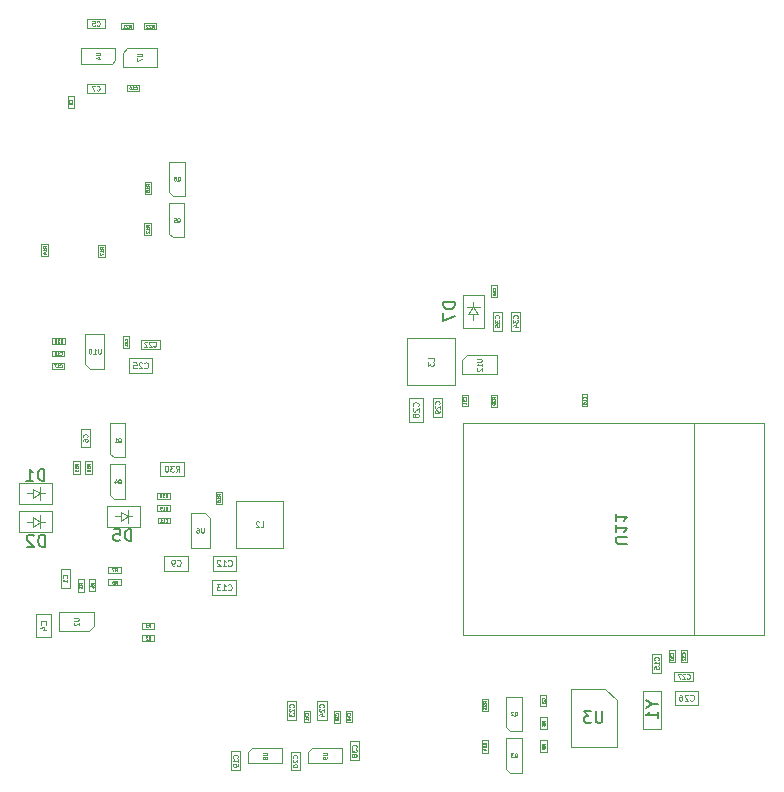
<source format=gbr>
G04 #@! TF.GenerationSoftware,KiCad,Pcbnew,(6.0.10)*
G04 #@! TF.CreationDate,2023-01-06T16:36:24-08:00*
G04 #@! TF.ProjectId,ai-camera,61692d63-616d-4657-9261-2e6b69636164,rev?*
G04 #@! TF.SameCoordinates,Original*
G04 #@! TF.FileFunction,AssemblyDrawing,Bot*
%FSLAX46Y46*%
G04 Gerber Fmt 4.6, Leading zero omitted, Abs format (unit mm)*
G04 Created by KiCad (PCBNEW (6.0.10)) date 2023-01-06 16:36:24*
%MOMM*%
%LPD*%
G01*
G04 APERTURE LIST*
%ADD10C,0.050000*%
%ADD11C,0.080000*%
%ADD12C,0.075000*%
%ADD13C,0.060000*%
%ADD14C,0.040000*%
%ADD15C,0.150000*%
%ADD16C,0.100000*%
G04 APERTURE END LIST*
D10*
X114740476Y-64765238D02*
X114770952Y-64750000D01*
X114801428Y-64719523D01*
X114847142Y-64673809D01*
X114877619Y-64658571D01*
X114908095Y-64658571D01*
X114892857Y-64734761D02*
X114923333Y-64719523D01*
X114953809Y-64689047D01*
X114969047Y-64628095D01*
X114969047Y-64521428D01*
X114953809Y-64460476D01*
X114923333Y-64430000D01*
X114892857Y-64414761D01*
X114831904Y-64414761D01*
X114801428Y-64430000D01*
X114770952Y-64460476D01*
X114755714Y-64521428D01*
X114755714Y-64628095D01*
X114770952Y-64689047D01*
X114801428Y-64719523D01*
X114831904Y-64734761D01*
X114892857Y-64734761D01*
X114466190Y-64414761D02*
X114618571Y-64414761D01*
X114633809Y-64567142D01*
X114618571Y-64551904D01*
X114588095Y-64536666D01*
X114511904Y-64536666D01*
X114481428Y-64551904D01*
X114466190Y-64567142D01*
X114450952Y-64597619D01*
X114450952Y-64673809D01*
X114466190Y-64704285D01*
X114481428Y-64719523D01*
X114511904Y-64734761D01*
X114588095Y-64734761D01*
X114618571Y-64719523D01*
X114633809Y-64704285D01*
D11*
X103628571Y-98816666D02*
X103652380Y-98792857D01*
X103676190Y-98721428D01*
X103676190Y-98673809D01*
X103652380Y-98602380D01*
X103604761Y-98554761D01*
X103557142Y-98530952D01*
X103461904Y-98507142D01*
X103390476Y-98507142D01*
X103295238Y-98530952D01*
X103247619Y-98554761D01*
X103200000Y-98602380D01*
X103176190Y-98673809D01*
X103176190Y-98721428D01*
X103200000Y-98792857D01*
X103223809Y-98816666D01*
X103342857Y-99245238D02*
X103676190Y-99245238D01*
X103152380Y-99126190D02*
X103509523Y-99007142D01*
X103509523Y-99316666D01*
D12*
X121813333Y-90586190D02*
X122051428Y-90586190D01*
X122051428Y-90086190D01*
X121670476Y-90133809D02*
X121646666Y-90110000D01*
X121599047Y-90086190D01*
X121480000Y-90086190D01*
X121432380Y-90110000D01*
X121408571Y-90133809D01*
X121384761Y-90181428D01*
X121384761Y-90229047D01*
X121408571Y-90300476D01*
X121694285Y-90586190D01*
X121384761Y-90586190D01*
D13*
X136932857Y-80152857D02*
X136951904Y-80133809D01*
X136970952Y-80076666D01*
X136970952Y-80038571D01*
X136951904Y-79981428D01*
X136913809Y-79943333D01*
X136875714Y-79924285D01*
X136799523Y-79905238D01*
X136742380Y-79905238D01*
X136666190Y-79924285D01*
X136628095Y-79943333D01*
X136590000Y-79981428D01*
X136570952Y-80038571D01*
X136570952Y-80076666D01*
X136590000Y-80133809D01*
X136609047Y-80152857D01*
X136609047Y-80305238D02*
X136590000Y-80324285D01*
X136570952Y-80362380D01*
X136570952Y-80457619D01*
X136590000Y-80495714D01*
X136609047Y-80514761D01*
X136647142Y-80533809D01*
X136685238Y-80533809D01*
X136742380Y-80514761D01*
X136970952Y-80286190D01*
X136970952Y-80533809D01*
X136970952Y-80724285D02*
X136970952Y-80800476D01*
X136951904Y-80838571D01*
X136932857Y-80857619D01*
X136875714Y-80895714D01*
X136799523Y-80914761D01*
X136647142Y-80914761D01*
X136609047Y-80895714D01*
X136590000Y-80876666D01*
X136570952Y-80838571D01*
X136570952Y-80762380D01*
X136590000Y-80724285D01*
X136609047Y-80705238D01*
X136647142Y-80686190D01*
X136742380Y-80686190D01*
X136780476Y-80705238D01*
X136799523Y-80724285D01*
X136818571Y-80762380D01*
X136818571Y-80838571D01*
X136799523Y-80876666D01*
X136780476Y-80895714D01*
X136742380Y-80914761D01*
D14*
X145839285Y-105208333D02*
X145851190Y-105196428D01*
X145863095Y-105160714D01*
X145863095Y-105136904D01*
X145851190Y-105101190D01*
X145827380Y-105077380D01*
X145803571Y-105065476D01*
X145755952Y-105053571D01*
X145720238Y-105053571D01*
X145672619Y-105065476D01*
X145648809Y-105077380D01*
X145625000Y-105101190D01*
X145613095Y-105136904D01*
X145613095Y-105160714D01*
X145625000Y-105196428D01*
X145636904Y-105208333D01*
X145613095Y-105291666D02*
X145613095Y-105446428D01*
X145708333Y-105363095D01*
X145708333Y-105398809D01*
X145720238Y-105422619D01*
X145732142Y-105434523D01*
X145755952Y-105446428D01*
X145815476Y-105446428D01*
X145839285Y-105434523D01*
X145851190Y-105422619D01*
X145863095Y-105398809D01*
X145863095Y-105327380D01*
X145851190Y-105303571D01*
X145839285Y-105291666D01*
X118392619Y-87957857D02*
X118268809Y-87871190D01*
X118392619Y-87809285D02*
X118132619Y-87809285D01*
X118132619Y-87908333D01*
X118145000Y-87933095D01*
X118157380Y-87945476D01*
X118182142Y-87957857D01*
X118219285Y-87957857D01*
X118244047Y-87945476D01*
X118256428Y-87933095D01*
X118268809Y-87908333D01*
X118268809Y-87809285D01*
X118392619Y-88205476D02*
X118392619Y-88056904D01*
X118392619Y-88131190D02*
X118132619Y-88131190D01*
X118169761Y-88106428D01*
X118194523Y-88081666D01*
X118206904Y-88056904D01*
X118132619Y-88428333D02*
X118132619Y-88378809D01*
X118145000Y-88354047D01*
X118157380Y-88341666D01*
X118194523Y-88316904D01*
X118244047Y-88304523D01*
X118343095Y-88304523D01*
X118367857Y-88316904D01*
X118380238Y-88329285D01*
X118392619Y-88354047D01*
X118392619Y-88403571D01*
X118380238Y-88428333D01*
X118367857Y-88440714D01*
X118343095Y-88453095D01*
X118281190Y-88453095D01*
X118256428Y-88440714D01*
X118244047Y-88428333D01*
X118231666Y-88403571D01*
X118231666Y-88354047D01*
X118244047Y-88329285D01*
X118256428Y-88316904D01*
X118281190Y-88304523D01*
X112323333Y-100087619D02*
X112410000Y-99963809D01*
X112471904Y-100087619D02*
X112471904Y-99827619D01*
X112372857Y-99827619D01*
X112348095Y-99840000D01*
X112335714Y-99852380D01*
X112323333Y-99877142D01*
X112323333Y-99914285D01*
X112335714Y-99939047D01*
X112348095Y-99951428D01*
X112372857Y-99963809D01*
X112471904Y-99963809D01*
X112224285Y-99852380D02*
X112211904Y-99840000D01*
X112187142Y-99827619D01*
X112125238Y-99827619D01*
X112100476Y-99840000D01*
X112088095Y-99852380D01*
X112075714Y-99877142D01*
X112075714Y-99901904D01*
X112088095Y-99939047D01*
X112236666Y-100087619D01*
X112075714Y-100087619D01*
D15*
X152867619Y-91968095D02*
X152058095Y-91968095D01*
X151962857Y-91920476D01*
X151915238Y-91872857D01*
X151867619Y-91777619D01*
X151867619Y-91587142D01*
X151915238Y-91491904D01*
X151962857Y-91444285D01*
X152058095Y-91396666D01*
X152867619Y-91396666D01*
X151867619Y-90396666D02*
X151867619Y-90968095D01*
X151867619Y-90682380D02*
X152867619Y-90682380D01*
X152724761Y-90777619D01*
X152629523Y-90872857D01*
X152581904Y-90968095D01*
X151867619Y-89444285D02*
X151867619Y-90015714D01*
X151867619Y-89730000D02*
X152867619Y-89730000D01*
X152724761Y-89825238D01*
X152629523Y-89920476D01*
X152581904Y-90015714D01*
D14*
X104835714Y-75964285D02*
X104847619Y-75976190D01*
X104883333Y-75988095D01*
X104907142Y-75988095D01*
X104942857Y-75976190D01*
X104966666Y-75952380D01*
X104978571Y-75928571D01*
X104990476Y-75880952D01*
X104990476Y-75845238D01*
X104978571Y-75797619D01*
X104966666Y-75773809D01*
X104942857Y-75750000D01*
X104907142Y-75738095D01*
X104883333Y-75738095D01*
X104847619Y-75750000D01*
X104835714Y-75761904D01*
X104597619Y-75988095D02*
X104740476Y-75988095D01*
X104669047Y-75988095D02*
X104669047Y-75738095D01*
X104692857Y-75773809D01*
X104716666Y-75797619D01*
X104740476Y-75809523D01*
X104454761Y-75845238D02*
X104478571Y-75833333D01*
X104490476Y-75821428D01*
X104502380Y-75797619D01*
X104502380Y-75785714D01*
X104490476Y-75761904D01*
X104478571Y-75750000D01*
X104454761Y-75738095D01*
X104407142Y-75738095D01*
X104383333Y-75750000D01*
X104371428Y-75761904D01*
X104359523Y-75785714D01*
X104359523Y-75797619D01*
X104371428Y-75821428D01*
X104383333Y-75833333D01*
X104407142Y-75845238D01*
X104454761Y-75845238D01*
X104478571Y-75857142D01*
X104490476Y-75869047D01*
X104502380Y-75892857D01*
X104502380Y-75940476D01*
X104490476Y-75964285D01*
X104478571Y-75976190D01*
X104454761Y-75988095D01*
X104407142Y-75988095D01*
X104383333Y-75976190D01*
X104371428Y-75964285D01*
X104359523Y-75940476D01*
X104359523Y-75892857D01*
X104371428Y-75869047D01*
X104383333Y-75857142D01*
X104407142Y-75845238D01*
D15*
X154946190Y-105573809D02*
X155422380Y-105573809D01*
X154422380Y-105240476D02*
X154946190Y-105573809D01*
X154422380Y-105907142D01*
X155422380Y-106764285D02*
X155422380Y-106192857D01*
X155422380Y-106478571D02*
X154422380Y-106478571D01*
X154565238Y-106383333D01*
X154660476Y-106288095D01*
X154708095Y-106192857D01*
D13*
X112732142Y-75242857D02*
X112751190Y-75261904D01*
X112808333Y-75280952D01*
X112846428Y-75280952D01*
X112903571Y-75261904D01*
X112941666Y-75223809D01*
X112960714Y-75185714D01*
X112979761Y-75109523D01*
X112979761Y-75052380D01*
X112960714Y-74976190D01*
X112941666Y-74938095D01*
X112903571Y-74900000D01*
X112846428Y-74880952D01*
X112808333Y-74880952D01*
X112751190Y-74900000D01*
X112732142Y-74919047D01*
X112579761Y-74919047D02*
X112560714Y-74900000D01*
X112522619Y-74880952D01*
X112427380Y-74880952D01*
X112389285Y-74900000D01*
X112370238Y-74919047D01*
X112351190Y-74957142D01*
X112351190Y-74995238D01*
X112370238Y-75052380D01*
X112598809Y-75280952D01*
X112351190Y-75280952D01*
X112198809Y-74919047D02*
X112179761Y-74900000D01*
X112141666Y-74880952D01*
X112046428Y-74880952D01*
X112008333Y-74900000D01*
X111989285Y-74919047D01*
X111970238Y-74957142D01*
X111970238Y-74995238D01*
X111989285Y-75052380D01*
X112217857Y-75280952D01*
X111970238Y-75280952D01*
D14*
X141669285Y-70449285D02*
X141681190Y-70437380D01*
X141693095Y-70401666D01*
X141693095Y-70377857D01*
X141681190Y-70342142D01*
X141657380Y-70318333D01*
X141633571Y-70306428D01*
X141585952Y-70294523D01*
X141550238Y-70294523D01*
X141502619Y-70306428D01*
X141478809Y-70318333D01*
X141455000Y-70342142D01*
X141443095Y-70377857D01*
X141443095Y-70401666D01*
X141455000Y-70437380D01*
X141466904Y-70449285D01*
X141443095Y-70532619D02*
X141443095Y-70687380D01*
X141538333Y-70604047D01*
X141538333Y-70639761D01*
X141550238Y-70663571D01*
X141562142Y-70675476D01*
X141585952Y-70687380D01*
X141645476Y-70687380D01*
X141669285Y-70675476D01*
X141681190Y-70663571D01*
X141693095Y-70639761D01*
X141693095Y-70568333D01*
X141681190Y-70544523D01*
X141669285Y-70532619D01*
X141443095Y-70901666D02*
X141443095Y-70854047D01*
X141455000Y-70830238D01*
X141466904Y-70818333D01*
X141502619Y-70794523D01*
X141550238Y-70782619D01*
X141645476Y-70782619D01*
X141669285Y-70794523D01*
X141681190Y-70806428D01*
X141693095Y-70830238D01*
X141693095Y-70877857D01*
X141681190Y-70901666D01*
X141669285Y-70913571D01*
X141645476Y-70925476D01*
X141585952Y-70925476D01*
X141562142Y-70913571D01*
X141550238Y-70901666D01*
X141538333Y-70877857D01*
X141538333Y-70830238D01*
X141550238Y-70806428D01*
X141562142Y-70794523D01*
X141585952Y-70782619D01*
D15*
X103548095Y-92222380D02*
X103548095Y-91222380D01*
X103310000Y-91222380D01*
X103167142Y-91270000D01*
X103071904Y-91365238D01*
X103024285Y-91460476D01*
X102976666Y-91650952D01*
X102976666Y-91793809D01*
X103024285Y-91984285D01*
X103071904Y-92079523D01*
X103167142Y-92174761D01*
X103310000Y-92222380D01*
X103548095Y-92222380D01*
X102595714Y-91317619D02*
X102548095Y-91270000D01*
X102452857Y-91222380D01*
X102214761Y-91222380D01*
X102119523Y-91270000D01*
X102071904Y-91317619D01*
X102024285Y-91412857D01*
X102024285Y-91508095D01*
X102071904Y-91650952D01*
X102643333Y-92222380D01*
X102024285Y-92222380D01*
D14*
X104867142Y-74942619D02*
X104953809Y-74818809D01*
X105015714Y-74942619D02*
X105015714Y-74682619D01*
X104916666Y-74682619D01*
X104891904Y-74695000D01*
X104879523Y-74707380D01*
X104867142Y-74732142D01*
X104867142Y-74769285D01*
X104879523Y-74794047D01*
X104891904Y-74806428D01*
X104916666Y-74818809D01*
X105015714Y-74818809D01*
X104768095Y-74707380D02*
X104755714Y-74695000D01*
X104730952Y-74682619D01*
X104669047Y-74682619D01*
X104644285Y-74695000D01*
X104631904Y-74707380D01*
X104619523Y-74732142D01*
X104619523Y-74756904D01*
X104631904Y-74794047D01*
X104780476Y-74942619D01*
X104619523Y-74942619D01*
X104470952Y-74794047D02*
X104495714Y-74781666D01*
X104508095Y-74769285D01*
X104520476Y-74744523D01*
X104520476Y-74732142D01*
X104508095Y-74707380D01*
X104495714Y-74695000D01*
X104470952Y-74682619D01*
X104421428Y-74682619D01*
X104396666Y-74695000D01*
X104384285Y-74707380D01*
X104371904Y-74732142D01*
X104371904Y-74744523D01*
X104384285Y-74769285D01*
X104396666Y-74781666D01*
X104421428Y-74794047D01*
X104470952Y-74794047D01*
X104495714Y-74806428D01*
X104508095Y-74818809D01*
X104520476Y-74843571D01*
X104520476Y-74893095D01*
X104508095Y-74917857D01*
X104495714Y-74930238D01*
X104470952Y-74942619D01*
X104421428Y-74942619D01*
X104396666Y-74930238D01*
X104384285Y-74917857D01*
X104371904Y-74893095D01*
X104371904Y-74843571D01*
X104384285Y-74818809D01*
X104396666Y-74806428D01*
X104421428Y-74794047D01*
D13*
X107936666Y-48097857D02*
X107955714Y-48116904D01*
X108012857Y-48135952D01*
X108050952Y-48135952D01*
X108108095Y-48116904D01*
X108146190Y-48078809D01*
X108165238Y-48040714D01*
X108184285Y-47964523D01*
X108184285Y-47907380D01*
X108165238Y-47831190D01*
X108146190Y-47793095D01*
X108108095Y-47755000D01*
X108050952Y-47735952D01*
X108012857Y-47735952D01*
X107955714Y-47755000D01*
X107936666Y-47774047D01*
X107574761Y-47735952D02*
X107765238Y-47735952D01*
X107784285Y-47926428D01*
X107765238Y-47907380D01*
X107727142Y-47888333D01*
X107631904Y-47888333D01*
X107593809Y-47907380D01*
X107574761Y-47926428D01*
X107555714Y-47964523D01*
X107555714Y-48059761D01*
X107574761Y-48097857D01*
X107593809Y-48116904D01*
X107631904Y-48135952D01*
X107727142Y-48135952D01*
X107765238Y-48116904D01*
X107784285Y-48097857D01*
D11*
X111971428Y-77078571D02*
X111995238Y-77102380D01*
X112066666Y-77126190D01*
X112114285Y-77126190D01*
X112185714Y-77102380D01*
X112233333Y-77054761D01*
X112257142Y-77007142D01*
X112280952Y-76911904D01*
X112280952Y-76840476D01*
X112257142Y-76745238D01*
X112233333Y-76697619D01*
X112185714Y-76650000D01*
X112114285Y-76626190D01*
X112066666Y-76626190D01*
X111995238Y-76650000D01*
X111971428Y-76673809D01*
X111780952Y-76673809D02*
X111757142Y-76650000D01*
X111709523Y-76626190D01*
X111590476Y-76626190D01*
X111542857Y-76650000D01*
X111519047Y-76673809D01*
X111495238Y-76721428D01*
X111495238Y-76769047D01*
X111519047Y-76840476D01*
X111804761Y-77126190D01*
X111495238Y-77126190D01*
X111042857Y-76626190D02*
X111280952Y-76626190D01*
X111304761Y-76864285D01*
X111280952Y-76840476D01*
X111233333Y-76816666D01*
X111114285Y-76816666D01*
X111066666Y-76840476D01*
X111042857Y-76864285D01*
X111019047Y-76911904D01*
X111019047Y-77030952D01*
X111042857Y-77078571D01*
X111066666Y-77102380D01*
X111114285Y-77126190D01*
X111233333Y-77126190D01*
X111280952Y-77102380D01*
X111304761Y-77078571D01*
D14*
X156709285Y-101349285D02*
X156721190Y-101337380D01*
X156733095Y-101301666D01*
X156733095Y-101277857D01*
X156721190Y-101242142D01*
X156697380Y-101218333D01*
X156673571Y-101206428D01*
X156625952Y-101194523D01*
X156590238Y-101194523D01*
X156542619Y-101206428D01*
X156518809Y-101218333D01*
X156495000Y-101242142D01*
X156483095Y-101277857D01*
X156483095Y-101301666D01*
X156495000Y-101337380D01*
X156506904Y-101349285D01*
X156483095Y-101432619D02*
X156483095Y-101587380D01*
X156578333Y-101504047D01*
X156578333Y-101539761D01*
X156590238Y-101563571D01*
X156602142Y-101575476D01*
X156625952Y-101587380D01*
X156685476Y-101587380D01*
X156709285Y-101575476D01*
X156721190Y-101563571D01*
X156733095Y-101539761D01*
X156733095Y-101468333D01*
X156721190Y-101444523D01*
X156709285Y-101432619D01*
X156483095Y-101742142D02*
X156483095Y-101765952D01*
X156495000Y-101789761D01*
X156506904Y-101801666D01*
X156530714Y-101813571D01*
X156578333Y-101825476D01*
X156637857Y-101825476D01*
X156685476Y-101813571D01*
X156709285Y-101801666D01*
X156721190Y-101789761D01*
X156733095Y-101765952D01*
X156733095Y-101742142D01*
X156721190Y-101718333D01*
X156709285Y-101706428D01*
X156685476Y-101694523D01*
X156637857Y-101682619D01*
X156578333Y-101682619D01*
X156530714Y-101694523D01*
X156506904Y-101706428D01*
X156495000Y-101718333D01*
X156483095Y-101742142D01*
D13*
X124892857Y-110117857D02*
X124911904Y-110098809D01*
X124930952Y-110041666D01*
X124930952Y-110003571D01*
X124911904Y-109946428D01*
X124873809Y-109908333D01*
X124835714Y-109889285D01*
X124759523Y-109870238D01*
X124702380Y-109870238D01*
X124626190Y-109889285D01*
X124588095Y-109908333D01*
X124550000Y-109946428D01*
X124530952Y-110003571D01*
X124530952Y-110041666D01*
X124550000Y-110098809D01*
X124569047Y-110117857D01*
X124569047Y-110270238D02*
X124550000Y-110289285D01*
X124530952Y-110327380D01*
X124530952Y-110422619D01*
X124550000Y-110460714D01*
X124569047Y-110479761D01*
X124607142Y-110498809D01*
X124645238Y-110498809D01*
X124702380Y-110479761D01*
X124930952Y-110251190D01*
X124930952Y-110498809D01*
X124530952Y-110746428D02*
X124530952Y-110784523D01*
X124550000Y-110822619D01*
X124569047Y-110841666D01*
X124607142Y-110860714D01*
X124683333Y-110879761D01*
X124778571Y-110879761D01*
X124854761Y-110860714D01*
X124892857Y-110841666D01*
X124911904Y-110822619D01*
X124930952Y-110784523D01*
X124930952Y-110746428D01*
X124911904Y-110708333D01*
X124892857Y-110689285D01*
X124854761Y-110670238D01*
X124778571Y-110651190D01*
X124683333Y-110651190D01*
X124607142Y-110670238D01*
X124569047Y-110689285D01*
X124550000Y-110708333D01*
X124530952Y-110746428D01*
D10*
X109742976Y-83400238D02*
X109773452Y-83385000D01*
X109803928Y-83354523D01*
X109849642Y-83308809D01*
X109880119Y-83293571D01*
X109910595Y-83293571D01*
X109895357Y-83369761D02*
X109925833Y-83354523D01*
X109956309Y-83324047D01*
X109971547Y-83263095D01*
X109971547Y-83156428D01*
X109956309Y-83095476D01*
X109925833Y-83065000D01*
X109895357Y-83049761D01*
X109834404Y-83049761D01*
X109803928Y-83065000D01*
X109773452Y-83095476D01*
X109758214Y-83156428D01*
X109758214Y-83263095D01*
X109773452Y-83324047D01*
X109803928Y-83354523D01*
X109834404Y-83369761D01*
X109895357Y-83369761D01*
X109453452Y-83369761D02*
X109636309Y-83369761D01*
X109544880Y-83369761D02*
X109544880Y-83049761D01*
X109575357Y-83095476D01*
X109605833Y-83125952D01*
X109636309Y-83141190D01*
D14*
X105809285Y-54538333D02*
X105821190Y-54526428D01*
X105833095Y-54490714D01*
X105833095Y-54466904D01*
X105821190Y-54431190D01*
X105797380Y-54407380D01*
X105773571Y-54395476D01*
X105725952Y-54383571D01*
X105690238Y-54383571D01*
X105642619Y-54395476D01*
X105618809Y-54407380D01*
X105595000Y-54431190D01*
X105583095Y-54466904D01*
X105583095Y-54490714D01*
X105595000Y-54526428D01*
X105606904Y-54538333D01*
X105690238Y-54681190D02*
X105678333Y-54657380D01*
X105666428Y-54645476D01*
X105642619Y-54633571D01*
X105630714Y-54633571D01*
X105606904Y-54645476D01*
X105595000Y-54657380D01*
X105583095Y-54681190D01*
X105583095Y-54728809D01*
X105595000Y-54752619D01*
X105606904Y-54764523D01*
X105630714Y-54776428D01*
X105642619Y-54776428D01*
X105666428Y-54764523D01*
X105678333Y-54752619D01*
X105690238Y-54728809D01*
X105690238Y-54681190D01*
X105702142Y-54657380D01*
X105714047Y-54645476D01*
X105737857Y-54633571D01*
X105785476Y-54633571D01*
X105809285Y-54645476D01*
X105821190Y-54657380D01*
X105833095Y-54681190D01*
X105833095Y-54728809D01*
X105821190Y-54752619D01*
X105809285Y-54764523D01*
X105785476Y-54776428D01*
X105737857Y-54776428D01*
X105714047Y-54764523D01*
X105702142Y-54752619D01*
X105690238Y-54728809D01*
X107667619Y-95431666D02*
X107543809Y-95345000D01*
X107667619Y-95283095D02*
X107407619Y-95283095D01*
X107407619Y-95382142D01*
X107420000Y-95406904D01*
X107432380Y-95419285D01*
X107457142Y-95431666D01*
X107494285Y-95431666D01*
X107519047Y-95419285D01*
X107531428Y-95406904D01*
X107543809Y-95382142D01*
X107543809Y-95283095D01*
X107494285Y-95654523D02*
X107667619Y-95654523D01*
X107395238Y-95592619D02*
X107580952Y-95530714D01*
X107580952Y-95691666D01*
X145867619Y-109081666D02*
X145743809Y-108995000D01*
X145867619Y-108933095D02*
X145607619Y-108933095D01*
X145607619Y-109032142D01*
X145620000Y-109056904D01*
X145632380Y-109069285D01*
X145657142Y-109081666D01*
X145694285Y-109081666D01*
X145719047Y-109069285D01*
X145731428Y-109056904D01*
X145743809Y-109032142D01*
X145743809Y-108933095D01*
X145867619Y-109205476D02*
X145867619Y-109255000D01*
X145855238Y-109279761D01*
X145842857Y-109292142D01*
X145805714Y-109316904D01*
X145756190Y-109329285D01*
X145657142Y-109329285D01*
X145632380Y-109316904D01*
X145620000Y-109304523D01*
X145607619Y-109279761D01*
X145607619Y-109230238D01*
X145620000Y-109205476D01*
X145632380Y-109193095D01*
X145657142Y-109180714D01*
X145719047Y-109180714D01*
X145743809Y-109193095D01*
X145756190Y-109205476D01*
X145768571Y-109230238D01*
X145768571Y-109279761D01*
X145756190Y-109304523D01*
X145743809Y-109316904D01*
X145719047Y-109329285D01*
X129349285Y-106449285D02*
X129361190Y-106437380D01*
X129373095Y-106401666D01*
X129373095Y-106377857D01*
X129361190Y-106342142D01*
X129337380Y-106318333D01*
X129313571Y-106306428D01*
X129265952Y-106294523D01*
X129230238Y-106294523D01*
X129182619Y-106306428D01*
X129158809Y-106318333D01*
X129135000Y-106342142D01*
X129123095Y-106377857D01*
X129123095Y-106401666D01*
X129135000Y-106437380D01*
X129146904Y-106449285D01*
X129206428Y-106663571D02*
X129373095Y-106663571D01*
X129111190Y-106604047D02*
X129289761Y-106544523D01*
X129289761Y-106699285D01*
X129123095Y-106842142D02*
X129123095Y-106865952D01*
X129135000Y-106889761D01*
X129146904Y-106901666D01*
X129170714Y-106913571D01*
X129218333Y-106925476D01*
X129277857Y-106925476D01*
X129325476Y-106913571D01*
X129349285Y-106901666D01*
X129361190Y-106889761D01*
X129373095Y-106865952D01*
X129373095Y-106842142D01*
X129361190Y-106818333D01*
X129349285Y-106806428D01*
X129325476Y-106794523D01*
X129277857Y-106782619D01*
X129218333Y-106782619D01*
X129170714Y-106794523D01*
X129146904Y-106806428D01*
X129135000Y-106818333D01*
X129123095Y-106842142D01*
D13*
X124582857Y-105812857D02*
X124601904Y-105793809D01*
X124620952Y-105736666D01*
X124620952Y-105698571D01*
X124601904Y-105641428D01*
X124563809Y-105603333D01*
X124525714Y-105584285D01*
X124449523Y-105565238D01*
X124392380Y-105565238D01*
X124316190Y-105584285D01*
X124278095Y-105603333D01*
X124240000Y-105641428D01*
X124220952Y-105698571D01*
X124220952Y-105736666D01*
X124240000Y-105793809D01*
X124259047Y-105812857D01*
X124259047Y-105965238D02*
X124240000Y-105984285D01*
X124220952Y-106022380D01*
X124220952Y-106117619D01*
X124240000Y-106155714D01*
X124259047Y-106174761D01*
X124297142Y-106193809D01*
X124335238Y-106193809D01*
X124392380Y-106174761D01*
X124620952Y-105946190D01*
X124620952Y-106193809D01*
X124220952Y-106327142D02*
X124220952Y-106574761D01*
X124373333Y-106441428D01*
X124373333Y-106498571D01*
X124392380Y-106536666D01*
X124411428Y-106555714D01*
X124449523Y-106574761D01*
X124544761Y-106574761D01*
X124582857Y-106555714D01*
X124601904Y-106536666D01*
X124620952Y-106498571D01*
X124620952Y-106384285D01*
X124601904Y-106346190D01*
X124582857Y-106327142D01*
D14*
X140917619Y-105452857D02*
X140793809Y-105366190D01*
X140917619Y-105304285D02*
X140657619Y-105304285D01*
X140657619Y-105403333D01*
X140670000Y-105428095D01*
X140682380Y-105440476D01*
X140707142Y-105452857D01*
X140744285Y-105452857D01*
X140769047Y-105440476D01*
X140781428Y-105428095D01*
X140793809Y-105403333D01*
X140793809Y-105304285D01*
X140682380Y-105551904D02*
X140670000Y-105564285D01*
X140657619Y-105589047D01*
X140657619Y-105650952D01*
X140670000Y-105675714D01*
X140682380Y-105688095D01*
X140707142Y-105700476D01*
X140731904Y-105700476D01*
X140769047Y-105688095D01*
X140917619Y-105539523D01*
X140917619Y-105700476D01*
X140657619Y-105787142D02*
X140657619Y-105948095D01*
X140756666Y-105861428D01*
X140756666Y-105898571D01*
X140769047Y-105923333D01*
X140781428Y-105935714D01*
X140806190Y-105948095D01*
X140868095Y-105948095D01*
X140892857Y-105935714D01*
X140905238Y-105923333D01*
X140917619Y-105898571D01*
X140917619Y-105824285D01*
X140905238Y-105799523D01*
X140892857Y-105787142D01*
X111180714Y-53481785D02*
X111192619Y-53493690D01*
X111228333Y-53505595D01*
X111252142Y-53505595D01*
X111287857Y-53493690D01*
X111311666Y-53469880D01*
X111323571Y-53446071D01*
X111335476Y-53398452D01*
X111335476Y-53362738D01*
X111323571Y-53315119D01*
X111311666Y-53291309D01*
X111287857Y-53267500D01*
X111252142Y-53255595D01*
X111228333Y-53255595D01*
X111192619Y-53267500D01*
X111180714Y-53279404D01*
X110942619Y-53505595D02*
X111085476Y-53505595D01*
X111014047Y-53505595D02*
X111014047Y-53255595D01*
X111037857Y-53291309D01*
X111061666Y-53315119D01*
X111085476Y-53327023D01*
X110787857Y-53255595D02*
X110764047Y-53255595D01*
X110740238Y-53267500D01*
X110728333Y-53279404D01*
X110716428Y-53303214D01*
X110704523Y-53350833D01*
X110704523Y-53410357D01*
X110716428Y-53457976D01*
X110728333Y-53481785D01*
X110740238Y-53493690D01*
X110764047Y-53505595D01*
X110787857Y-53505595D01*
X110811666Y-53493690D01*
X110823571Y-53481785D01*
X110835476Y-53457976D01*
X110847380Y-53410357D01*
X110847380Y-53350833D01*
X110835476Y-53303214D01*
X110823571Y-53279404D01*
X110811666Y-53267500D01*
X110787857Y-53255595D01*
D12*
X136466190Y-76486666D02*
X136466190Y-76248571D01*
X135966190Y-76248571D01*
X135966190Y-76605714D02*
X135966190Y-76915238D01*
X136156666Y-76748571D01*
X136156666Y-76820000D01*
X136180476Y-76867619D01*
X136204285Y-76891428D01*
X136251904Y-76915238D01*
X136370952Y-76915238D01*
X136418571Y-76891428D01*
X136442380Y-76867619D01*
X136466190Y-76820000D01*
X136466190Y-76677142D01*
X136442380Y-76629523D01*
X136418571Y-76605714D01*
D14*
X108467619Y-67032857D02*
X108343809Y-66946190D01*
X108467619Y-66884285D02*
X108207619Y-66884285D01*
X108207619Y-66983333D01*
X108220000Y-67008095D01*
X108232380Y-67020476D01*
X108257142Y-67032857D01*
X108294285Y-67032857D01*
X108319047Y-67020476D01*
X108331428Y-67008095D01*
X108343809Y-66983333D01*
X108343809Y-66884285D01*
X108467619Y-67280476D02*
X108467619Y-67131904D01*
X108467619Y-67206190D02*
X108207619Y-67206190D01*
X108244761Y-67181428D01*
X108269523Y-67156666D01*
X108281904Y-67131904D01*
X108207619Y-67367142D02*
X108207619Y-67540476D01*
X108467619Y-67429047D01*
D10*
X127099761Y-109681190D02*
X127358809Y-109681190D01*
X127389285Y-109696428D01*
X127404523Y-109711666D01*
X127419761Y-109742142D01*
X127419761Y-109803095D01*
X127404523Y-109833571D01*
X127389285Y-109848809D01*
X127358809Y-109864047D01*
X127099761Y-109864047D01*
X127419761Y-110031666D02*
X127419761Y-110092619D01*
X127404523Y-110123095D01*
X127389285Y-110138333D01*
X127343571Y-110168809D01*
X127282619Y-110184047D01*
X127160714Y-110184047D01*
X127130238Y-110168809D01*
X127115000Y-110153571D01*
X127099761Y-110123095D01*
X127099761Y-110062142D01*
X127115000Y-110031666D01*
X127130238Y-110016428D01*
X127160714Y-110001190D01*
X127236904Y-110001190D01*
X127267380Y-110016428D01*
X127282619Y-110031666D01*
X127297857Y-110062142D01*
X127297857Y-110123095D01*
X127282619Y-110153571D01*
X127267380Y-110168809D01*
X127236904Y-110184047D01*
D14*
X103642619Y-66957857D02*
X103518809Y-66871190D01*
X103642619Y-66809285D02*
X103382619Y-66809285D01*
X103382619Y-66908333D01*
X103395000Y-66933095D01*
X103407380Y-66945476D01*
X103432142Y-66957857D01*
X103469285Y-66957857D01*
X103494047Y-66945476D01*
X103506428Y-66933095D01*
X103518809Y-66908333D01*
X103518809Y-66809285D01*
X103642619Y-67205476D02*
X103642619Y-67056904D01*
X103642619Y-67131190D02*
X103382619Y-67131190D01*
X103419761Y-67106428D01*
X103444523Y-67081666D01*
X103456904Y-67056904D01*
X103469285Y-67428333D02*
X103642619Y-67428333D01*
X103370238Y-67366428D02*
X103555952Y-67304523D01*
X103555952Y-67465476D01*
X110662142Y-48285119D02*
X110748809Y-48161309D01*
X110810714Y-48285119D02*
X110810714Y-48025119D01*
X110711666Y-48025119D01*
X110686904Y-48037500D01*
X110674523Y-48049880D01*
X110662142Y-48074642D01*
X110662142Y-48111785D01*
X110674523Y-48136547D01*
X110686904Y-48148928D01*
X110711666Y-48161309D01*
X110810714Y-48161309D01*
X110563095Y-48049880D02*
X110550714Y-48037500D01*
X110525952Y-48025119D01*
X110464047Y-48025119D01*
X110439285Y-48037500D01*
X110426904Y-48049880D01*
X110414523Y-48074642D01*
X110414523Y-48099404D01*
X110426904Y-48136547D01*
X110575476Y-48285119D01*
X110414523Y-48285119D01*
X110166904Y-48285119D02*
X110315476Y-48285119D01*
X110241190Y-48285119D02*
X110241190Y-48025119D01*
X110265952Y-48062261D01*
X110290714Y-48087023D01*
X110315476Y-48099404D01*
X113760714Y-90099285D02*
X113772619Y-90111190D01*
X113808333Y-90123095D01*
X113832142Y-90123095D01*
X113867857Y-90111190D01*
X113891666Y-90087380D01*
X113903571Y-90063571D01*
X113915476Y-90015952D01*
X113915476Y-89980238D01*
X113903571Y-89932619D01*
X113891666Y-89908809D01*
X113867857Y-89885000D01*
X113832142Y-89873095D01*
X113808333Y-89873095D01*
X113772619Y-89885000D01*
X113760714Y-89896904D01*
X113522619Y-90123095D02*
X113665476Y-90123095D01*
X113594047Y-90123095D02*
X113594047Y-89873095D01*
X113617857Y-89908809D01*
X113641666Y-89932619D01*
X113665476Y-89944523D01*
X113284523Y-90123095D02*
X113427380Y-90123095D01*
X113355952Y-90123095D02*
X113355952Y-89873095D01*
X113379761Y-89908809D01*
X113403571Y-89932619D01*
X113427380Y-89944523D01*
X113767142Y-89087619D02*
X113853809Y-88963809D01*
X113915714Y-89087619D02*
X113915714Y-88827619D01*
X113816666Y-88827619D01*
X113791904Y-88840000D01*
X113779523Y-88852380D01*
X113767142Y-88877142D01*
X113767142Y-88914285D01*
X113779523Y-88939047D01*
X113791904Y-88951428D01*
X113816666Y-88963809D01*
X113915714Y-88963809D01*
X113519523Y-89087619D02*
X113668095Y-89087619D01*
X113593809Y-89087619D02*
X113593809Y-88827619D01*
X113618571Y-88864761D01*
X113643333Y-88889523D01*
X113668095Y-88901904D01*
X113395714Y-89087619D02*
X113346190Y-89087619D01*
X113321428Y-89075238D01*
X113309047Y-89062857D01*
X113284285Y-89025714D01*
X113271904Y-88976190D01*
X113271904Y-88877142D01*
X113284285Y-88852380D01*
X113296666Y-88840000D01*
X113321428Y-88827619D01*
X113370952Y-88827619D01*
X113395714Y-88840000D01*
X113408095Y-88852380D01*
X113420476Y-88877142D01*
X113420476Y-88939047D01*
X113408095Y-88963809D01*
X113395714Y-88976190D01*
X113370952Y-88988571D01*
X113321428Y-88988571D01*
X113296666Y-88976190D01*
X113284285Y-88963809D01*
X113271904Y-88939047D01*
D11*
X135148571Y-80318571D02*
X135172380Y-80294761D01*
X135196190Y-80223333D01*
X135196190Y-80175714D01*
X135172380Y-80104285D01*
X135124761Y-80056666D01*
X135077142Y-80032857D01*
X134981904Y-80009047D01*
X134910476Y-80009047D01*
X134815238Y-80032857D01*
X134767619Y-80056666D01*
X134720000Y-80104285D01*
X134696190Y-80175714D01*
X134696190Y-80223333D01*
X134720000Y-80294761D01*
X134743809Y-80318571D01*
X134743809Y-80509047D02*
X134720000Y-80532857D01*
X134696190Y-80580476D01*
X134696190Y-80699523D01*
X134720000Y-80747142D01*
X134743809Y-80770952D01*
X134791428Y-80794761D01*
X134839047Y-80794761D01*
X134910476Y-80770952D01*
X135196190Y-80485238D01*
X135196190Y-80794761D01*
X134910476Y-81080476D02*
X134886666Y-81032857D01*
X134862857Y-81009047D01*
X134815238Y-80985238D01*
X134791428Y-80985238D01*
X134743809Y-81009047D01*
X134720000Y-81032857D01*
X134696190Y-81080476D01*
X134696190Y-81175714D01*
X134720000Y-81223333D01*
X134743809Y-81247142D01*
X134791428Y-81270952D01*
X134815238Y-81270952D01*
X134862857Y-81247142D01*
X134886666Y-81223333D01*
X134910476Y-81175714D01*
X134910476Y-81080476D01*
X134934285Y-81032857D01*
X134958095Y-81009047D01*
X135005714Y-80985238D01*
X135100952Y-80985238D01*
X135148571Y-81009047D01*
X135172380Y-81032857D01*
X135196190Y-81080476D01*
X135196190Y-81175714D01*
X135172380Y-81223333D01*
X135148571Y-81247142D01*
X135100952Y-81270952D01*
X135005714Y-81270952D01*
X134958095Y-81247142D01*
X134934285Y-81223333D01*
X134910476Y-81175714D01*
D14*
X112352619Y-65172857D02*
X112228809Y-65086190D01*
X112352619Y-65024285D02*
X112092619Y-65024285D01*
X112092619Y-65123333D01*
X112105000Y-65148095D01*
X112117380Y-65160476D01*
X112142142Y-65172857D01*
X112179285Y-65172857D01*
X112204047Y-65160476D01*
X112216428Y-65148095D01*
X112228809Y-65123333D01*
X112228809Y-65024285D01*
X112352619Y-65420476D02*
X112352619Y-65271904D01*
X112352619Y-65346190D02*
X112092619Y-65346190D01*
X112129761Y-65321428D01*
X112154523Y-65296666D01*
X112166904Y-65271904D01*
X112117380Y-65519523D02*
X112105000Y-65531904D01*
X112092619Y-65556666D01*
X112092619Y-65618571D01*
X112105000Y-65643333D01*
X112117380Y-65655714D01*
X112142142Y-65668095D01*
X112166904Y-65668095D01*
X112204047Y-65655714D01*
X112352619Y-65507142D01*
X112352619Y-65668095D01*
X110514285Y-74764285D02*
X110526190Y-74752380D01*
X110538095Y-74716666D01*
X110538095Y-74692857D01*
X110526190Y-74657142D01*
X110502380Y-74633333D01*
X110478571Y-74621428D01*
X110430952Y-74609523D01*
X110395238Y-74609523D01*
X110347619Y-74621428D01*
X110323809Y-74633333D01*
X110300000Y-74657142D01*
X110288095Y-74692857D01*
X110288095Y-74716666D01*
X110300000Y-74752380D01*
X110311904Y-74764285D01*
X110311904Y-74859523D02*
X110300000Y-74871428D01*
X110288095Y-74895238D01*
X110288095Y-74954761D01*
X110300000Y-74978571D01*
X110311904Y-74990476D01*
X110335714Y-75002380D01*
X110359523Y-75002380D01*
X110395238Y-74990476D01*
X110538095Y-74847619D01*
X110538095Y-75002380D01*
X110538095Y-75240476D02*
X110538095Y-75097619D01*
X110538095Y-75169047D02*
X110288095Y-75169047D01*
X110323809Y-75145238D01*
X110347619Y-75121428D01*
X110359523Y-75097619D01*
D10*
X107894761Y-50436190D02*
X108153809Y-50436190D01*
X108184285Y-50451428D01*
X108199523Y-50466666D01*
X108214761Y-50497142D01*
X108214761Y-50558095D01*
X108199523Y-50588571D01*
X108184285Y-50603809D01*
X108153809Y-50619047D01*
X107894761Y-50619047D01*
X108001428Y-50908571D02*
X108214761Y-50908571D01*
X107879523Y-50832380D02*
X108108095Y-50756190D01*
X108108095Y-50954285D01*
D14*
X157719285Y-101339285D02*
X157731190Y-101327380D01*
X157743095Y-101291666D01*
X157743095Y-101267857D01*
X157731190Y-101232142D01*
X157707380Y-101208333D01*
X157683571Y-101196428D01*
X157635952Y-101184523D01*
X157600238Y-101184523D01*
X157552619Y-101196428D01*
X157528809Y-101208333D01*
X157505000Y-101232142D01*
X157493095Y-101267857D01*
X157493095Y-101291666D01*
X157505000Y-101327380D01*
X157516904Y-101339285D01*
X157493095Y-101422619D02*
X157493095Y-101577380D01*
X157588333Y-101494047D01*
X157588333Y-101529761D01*
X157600238Y-101553571D01*
X157612142Y-101565476D01*
X157635952Y-101577380D01*
X157695476Y-101577380D01*
X157719285Y-101565476D01*
X157731190Y-101553571D01*
X157743095Y-101529761D01*
X157743095Y-101458333D01*
X157731190Y-101434523D01*
X157719285Y-101422619D01*
X157516904Y-101672619D02*
X157505000Y-101684523D01*
X157493095Y-101708333D01*
X157493095Y-101767857D01*
X157505000Y-101791666D01*
X157516904Y-101803571D01*
X157540714Y-101815476D01*
X157564523Y-101815476D01*
X157600238Y-101803571D01*
X157743095Y-101660714D01*
X157743095Y-101815476D01*
X113757142Y-88047619D02*
X113843809Y-87923809D01*
X113905714Y-88047619D02*
X113905714Y-87787619D01*
X113806666Y-87787619D01*
X113781904Y-87800000D01*
X113769523Y-87812380D01*
X113757142Y-87837142D01*
X113757142Y-87874285D01*
X113769523Y-87899047D01*
X113781904Y-87911428D01*
X113806666Y-87923809D01*
X113905714Y-87923809D01*
X113658095Y-87812380D02*
X113645714Y-87800000D01*
X113620952Y-87787619D01*
X113559047Y-87787619D01*
X113534285Y-87800000D01*
X113521904Y-87812380D01*
X113509523Y-87837142D01*
X113509523Y-87861904D01*
X113521904Y-87899047D01*
X113670476Y-88047619D01*
X113509523Y-88047619D01*
X113348571Y-87787619D02*
X113323809Y-87787619D01*
X113299047Y-87800000D01*
X113286666Y-87812380D01*
X113274285Y-87837142D01*
X113261904Y-87886666D01*
X113261904Y-87948571D01*
X113274285Y-87998095D01*
X113286666Y-88022857D01*
X113299047Y-88035238D01*
X113323809Y-88047619D01*
X113348571Y-88047619D01*
X113373333Y-88035238D01*
X113385714Y-88022857D01*
X113398095Y-87998095D01*
X113410476Y-87948571D01*
X113410476Y-87886666D01*
X113398095Y-87837142D01*
X113385714Y-87812380D01*
X113373333Y-87800000D01*
X113348571Y-87787619D01*
D15*
X150746666Y-106163333D02*
X150746666Y-106956666D01*
X150700000Y-107050000D01*
X150653333Y-107096666D01*
X150560000Y-107143333D01*
X150373333Y-107143333D01*
X150280000Y-107096666D01*
X150233333Y-107050000D01*
X150186666Y-106956666D01*
X150186666Y-106163333D01*
X149813333Y-106163333D02*
X149206666Y-106163333D01*
X149533333Y-106536666D01*
X149393333Y-106536666D01*
X149300000Y-106583333D01*
X149253333Y-106630000D01*
X149206666Y-106723333D01*
X149206666Y-106956666D01*
X149253333Y-107050000D01*
X149300000Y-107096666D01*
X149393333Y-107143333D01*
X149673333Y-107143333D01*
X149766666Y-107096666D01*
X149813333Y-107050000D01*
D13*
X140125952Y-76334761D02*
X140449761Y-76334761D01*
X140487857Y-76353809D01*
X140506904Y-76372857D01*
X140525952Y-76410952D01*
X140525952Y-76487142D01*
X140506904Y-76525238D01*
X140487857Y-76544285D01*
X140449761Y-76563333D01*
X140125952Y-76563333D01*
X140525952Y-76963333D02*
X140525952Y-76734761D01*
X140525952Y-76849047D02*
X140125952Y-76849047D01*
X140183095Y-76810952D01*
X140221190Y-76772857D01*
X140240238Y-76734761D01*
X140164047Y-77115714D02*
X140145000Y-77134761D01*
X140125952Y-77172857D01*
X140125952Y-77268095D01*
X140145000Y-77306190D01*
X140164047Y-77325238D01*
X140202142Y-77344285D01*
X140240238Y-77344285D01*
X140297380Y-77325238D01*
X140525952Y-77096666D01*
X140525952Y-77344285D01*
X141992857Y-72882857D02*
X142011904Y-72863809D01*
X142030952Y-72806666D01*
X142030952Y-72768571D01*
X142011904Y-72711428D01*
X141973809Y-72673333D01*
X141935714Y-72654285D01*
X141859523Y-72635238D01*
X141802380Y-72635238D01*
X141726190Y-72654285D01*
X141688095Y-72673333D01*
X141650000Y-72711428D01*
X141630952Y-72768571D01*
X141630952Y-72806666D01*
X141650000Y-72863809D01*
X141669047Y-72882857D01*
X141630952Y-73016190D02*
X141630952Y-73263809D01*
X141783333Y-73130476D01*
X141783333Y-73187619D01*
X141802380Y-73225714D01*
X141821428Y-73244761D01*
X141859523Y-73263809D01*
X141954761Y-73263809D01*
X141992857Y-73244761D01*
X142011904Y-73225714D01*
X142030952Y-73187619D01*
X142030952Y-73073333D01*
X142011904Y-73035238D01*
X141992857Y-73016190D01*
X141630952Y-73625714D02*
X141630952Y-73435238D01*
X141821428Y-73416190D01*
X141802380Y-73435238D01*
X141783333Y-73473333D01*
X141783333Y-73568571D01*
X141802380Y-73606666D01*
X141821428Y-73625714D01*
X141859523Y-73644761D01*
X141954761Y-73644761D01*
X141992857Y-73625714D01*
X142011904Y-73606666D01*
X142030952Y-73568571D01*
X142030952Y-73473333D01*
X142011904Y-73435238D01*
X141992857Y-73416190D01*
X111350952Y-50487738D02*
X111674761Y-50487738D01*
X111712857Y-50506785D01*
X111731904Y-50525833D01*
X111750952Y-50563928D01*
X111750952Y-50640119D01*
X111731904Y-50678214D01*
X111712857Y-50697261D01*
X111674761Y-50716309D01*
X111350952Y-50716309D01*
X111350952Y-50868690D02*
X111350952Y-51135357D01*
X111750952Y-50963928D01*
D14*
X112612142Y-48285119D02*
X112698809Y-48161309D01*
X112760714Y-48285119D02*
X112760714Y-48025119D01*
X112661666Y-48025119D01*
X112636904Y-48037500D01*
X112624523Y-48049880D01*
X112612142Y-48074642D01*
X112612142Y-48111785D01*
X112624523Y-48136547D01*
X112636904Y-48148928D01*
X112661666Y-48161309D01*
X112760714Y-48161309D01*
X112513095Y-48049880D02*
X112500714Y-48037500D01*
X112475952Y-48025119D01*
X112414047Y-48025119D01*
X112389285Y-48037500D01*
X112376904Y-48049880D01*
X112364523Y-48074642D01*
X112364523Y-48099404D01*
X112376904Y-48136547D01*
X112525476Y-48285119D01*
X112364523Y-48285119D01*
X112265476Y-48049880D02*
X112253095Y-48037500D01*
X112228333Y-48025119D01*
X112166428Y-48025119D01*
X112141666Y-48037500D01*
X112129285Y-48049880D01*
X112116904Y-48074642D01*
X112116904Y-48099404D01*
X112129285Y-48136547D01*
X112277857Y-48285119D01*
X112116904Y-48285119D01*
D15*
X103498095Y-86642380D02*
X103498095Y-85642380D01*
X103260000Y-85642380D01*
X103117142Y-85690000D01*
X103021904Y-85785238D01*
X102974285Y-85880476D01*
X102926666Y-86070952D01*
X102926666Y-86213809D01*
X102974285Y-86404285D01*
X103021904Y-86499523D01*
X103117142Y-86594761D01*
X103260000Y-86642380D01*
X103498095Y-86642380D01*
X101974285Y-86642380D02*
X102545714Y-86642380D01*
X102260000Y-86642380D02*
X102260000Y-85642380D01*
X102355238Y-85785238D01*
X102450476Y-85880476D01*
X102545714Y-85928095D01*
D10*
X143305476Y-106550238D02*
X143335952Y-106535000D01*
X143366428Y-106504523D01*
X143412142Y-106458809D01*
X143442619Y-106443571D01*
X143473095Y-106443571D01*
X143457857Y-106519761D02*
X143488333Y-106504523D01*
X143518809Y-106474047D01*
X143534047Y-106413095D01*
X143534047Y-106306428D01*
X143518809Y-106245476D01*
X143488333Y-106215000D01*
X143457857Y-106199761D01*
X143396904Y-106199761D01*
X143366428Y-106215000D01*
X143335952Y-106245476D01*
X143320714Y-106306428D01*
X143320714Y-106413095D01*
X143335952Y-106474047D01*
X143366428Y-106504523D01*
X143396904Y-106519761D01*
X143457857Y-106519761D01*
X143198809Y-106230238D02*
X143183571Y-106215000D01*
X143153095Y-106199761D01*
X143076904Y-106199761D01*
X143046428Y-106215000D01*
X143031190Y-106230238D01*
X143015952Y-106260714D01*
X143015952Y-106291190D01*
X143031190Y-106336904D01*
X143214047Y-106519761D01*
X143015952Y-106519761D01*
D14*
X107355119Y-85357857D02*
X107231309Y-85271190D01*
X107355119Y-85209285D02*
X107095119Y-85209285D01*
X107095119Y-85308333D01*
X107107500Y-85333095D01*
X107119880Y-85345476D01*
X107144642Y-85357857D01*
X107181785Y-85357857D01*
X107206547Y-85345476D01*
X107218928Y-85333095D01*
X107231309Y-85308333D01*
X107231309Y-85209285D01*
X107355119Y-85605476D02*
X107355119Y-85456904D01*
X107355119Y-85531190D02*
X107095119Y-85531190D01*
X107132261Y-85506428D01*
X107157023Y-85481666D01*
X107169404Y-85456904D01*
X107095119Y-85766428D02*
X107095119Y-85791190D01*
X107107500Y-85815952D01*
X107119880Y-85828333D01*
X107144642Y-85840714D01*
X107194166Y-85853095D01*
X107256071Y-85853095D01*
X107305595Y-85840714D01*
X107330357Y-85828333D01*
X107342738Y-85815952D01*
X107355119Y-85791190D01*
X107355119Y-85766428D01*
X107342738Y-85741666D01*
X107330357Y-85729285D01*
X107305595Y-85716904D01*
X107256071Y-85704523D01*
X107194166Y-85704523D01*
X107144642Y-85716904D01*
X107119880Y-85729285D01*
X107107500Y-85741666D01*
X107095119Y-85766428D01*
X106330119Y-85357857D02*
X106206309Y-85271190D01*
X106330119Y-85209285D02*
X106070119Y-85209285D01*
X106070119Y-85308333D01*
X106082500Y-85333095D01*
X106094880Y-85345476D01*
X106119642Y-85357857D01*
X106156785Y-85357857D01*
X106181547Y-85345476D01*
X106193928Y-85333095D01*
X106206309Y-85308333D01*
X106206309Y-85209285D01*
X106330119Y-85605476D02*
X106330119Y-85456904D01*
X106330119Y-85531190D02*
X106070119Y-85531190D01*
X106107261Y-85506428D01*
X106132023Y-85481666D01*
X106144404Y-85456904D01*
X106330119Y-85853095D02*
X106330119Y-85704523D01*
X106330119Y-85778809D02*
X106070119Y-85778809D01*
X106107261Y-85754047D01*
X106132023Y-85729285D01*
X106144404Y-85704523D01*
D15*
X138262380Y-71551904D02*
X137262380Y-71551904D01*
X137262380Y-71790000D01*
X137310000Y-71932857D01*
X137405238Y-72028095D01*
X137500476Y-72075714D01*
X137690952Y-72123333D01*
X137833809Y-72123333D01*
X138024285Y-72075714D01*
X138119523Y-72028095D01*
X138214761Y-71932857D01*
X138262380Y-71790000D01*
X138262380Y-71551904D01*
X137262380Y-72456666D02*
X137262380Y-73123333D01*
X138262380Y-72694761D01*
D13*
X157897142Y-103372857D02*
X157916190Y-103391904D01*
X157973333Y-103410952D01*
X158011428Y-103410952D01*
X158068571Y-103391904D01*
X158106666Y-103353809D01*
X158125714Y-103315714D01*
X158144761Y-103239523D01*
X158144761Y-103182380D01*
X158125714Y-103106190D01*
X158106666Y-103068095D01*
X158068571Y-103030000D01*
X158011428Y-103010952D01*
X157973333Y-103010952D01*
X157916190Y-103030000D01*
X157897142Y-103049047D01*
X157744761Y-103049047D02*
X157725714Y-103030000D01*
X157687619Y-103010952D01*
X157592380Y-103010952D01*
X157554285Y-103030000D01*
X157535238Y-103049047D01*
X157516190Y-103087142D01*
X157516190Y-103125238D01*
X157535238Y-103182380D01*
X157763809Y-103410952D01*
X157516190Y-103410952D01*
X157382857Y-103010952D02*
X157116190Y-103010952D01*
X157287619Y-103410952D01*
D14*
X141677619Y-79702857D02*
X141553809Y-79616190D01*
X141677619Y-79554285D02*
X141417619Y-79554285D01*
X141417619Y-79653333D01*
X141430000Y-79678095D01*
X141442380Y-79690476D01*
X141467142Y-79702857D01*
X141504285Y-79702857D01*
X141529047Y-79690476D01*
X141541428Y-79678095D01*
X141553809Y-79653333D01*
X141553809Y-79554285D01*
X141442380Y-79801904D02*
X141430000Y-79814285D01*
X141417619Y-79839047D01*
X141417619Y-79900952D01*
X141430000Y-79925714D01*
X141442380Y-79938095D01*
X141467142Y-79950476D01*
X141491904Y-79950476D01*
X141529047Y-79938095D01*
X141677619Y-79789523D01*
X141677619Y-79950476D01*
X141677619Y-80074285D02*
X141677619Y-80123809D01*
X141665238Y-80148571D01*
X141652857Y-80160952D01*
X141615714Y-80185714D01*
X141566190Y-80198095D01*
X141467142Y-80198095D01*
X141442380Y-80185714D01*
X141430000Y-80173333D01*
X141417619Y-80148571D01*
X141417619Y-80099047D01*
X141430000Y-80074285D01*
X141442380Y-80061904D01*
X141467142Y-80049523D01*
X141529047Y-80049523D01*
X141553809Y-80061904D01*
X141566190Y-80074285D01*
X141578571Y-80099047D01*
X141578571Y-80148571D01*
X141566190Y-80173333D01*
X141553809Y-80185714D01*
X141529047Y-80198095D01*
X140917619Y-108972857D02*
X140793809Y-108886190D01*
X140917619Y-108824285D02*
X140657619Y-108824285D01*
X140657619Y-108923333D01*
X140670000Y-108948095D01*
X140682380Y-108960476D01*
X140707142Y-108972857D01*
X140744285Y-108972857D01*
X140769047Y-108960476D01*
X140781428Y-108948095D01*
X140793809Y-108923333D01*
X140793809Y-108824285D01*
X140682380Y-109071904D02*
X140670000Y-109084285D01*
X140657619Y-109109047D01*
X140657619Y-109170952D01*
X140670000Y-109195714D01*
X140682380Y-109208095D01*
X140707142Y-109220476D01*
X140731904Y-109220476D01*
X140769047Y-109208095D01*
X140917619Y-109059523D01*
X140917619Y-109220476D01*
X140744285Y-109443333D02*
X140917619Y-109443333D01*
X140645238Y-109381428D02*
X140830952Y-109319523D01*
X140830952Y-109480476D01*
D13*
X155492857Y-101832857D02*
X155511904Y-101813809D01*
X155530952Y-101756666D01*
X155530952Y-101718571D01*
X155511904Y-101661428D01*
X155473809Y-101623333D01*
X155435714Y-101604285D01*
X155359523Y-101585238D01*
X155302380Y-101585238D01*
X155226190Y-101604285D01*
X155188095Y-101623333D01*
X155150000Y-101661428D01*
X155130952Y-101718571D01*
X155130952Y-101756666D01*
X155150000Y-101813809D01*
X155169047Y-101832857D01*
X155530952Y-102213809D02*
X155530952Y-101985238D01*
X155530952Y-102099523D02*
X155130952Y-102099523D01*
X155188095Y-102061428D01*
X155226190Y-102023333D01*
X155245238Y-101985238D01*
X155130952Y-102575714D02*
X155130952Y-102385238D01*
X155321428Y-102366190D01*
X155302380Y-102385238D01*
X155283333Y-102423333D01*
X155283333Y-102518571D01*
X155302380Y-102556666D01*
X155321428Y-102575714D01*
X155359523Y-102594761D01*
X155454761Y-102594761D01*
X155492857Y-102575714D01*
X155511904Y-102556666D01*
X155530952Y-102518571D01*
X155530952Y-102423333D01*
X155511904Y-102385238D01*
X155492857Y-102366190D01*
X107936666Y-53572857D02*
X107955714Y-53591904D01*
X108012857Y-53610952D01*
X108050952Y-53610952D01*
X108108095Y-53591904D01*
X108146190Y-53553809D01*
X108165238Y-53515714D01*
X108184285Y-53439523D01*
X108184285Y-53382380D01*
X108165238Y-53306190D01*
X108146190Y-53268095D01*
X108108095Y-53230000D01*
X108050952Y-53210952D01*
X108012857Y-53210952D01*
X107955714Y-53230000D01*
X107936666Y-53249047D01*
X107803333Y-53210952D02*
X107536666Y-53210952D01*
X107708095Y-53610952D01*
D14*
X149319285Y-79679285D02*
X149331190Y-79667380D01*
X149343095Y-79631666D01*
X149343095Y-79607857D01*
X149331190Y-79572142D01*
X149307380Y-79548333D01*
X149283571Y-79536428D01*
X149235952Y-79524523D01*
X149200238Y-79524523D01*
X149152619Y-79536428D01*
X149128809Y-79548333D01*
X149105000Y-79572142D01*
X149093095Y-79607857D01*
X149093095Y-79631666D01*
X149105000Y-79667380D01*
X149116904Y-79679285D01*
X149343095Y-79917380D02*
X149343095Y-79774523D01*
X149343095Y-79845952D02*
X149093095Y-79845952D01*
X149128809Y-79822142D01*
X149152619Y-79798333D01*
X149164523Y-79774523D01*
X149093095Y-80131666D02*
X149093095Y-80084047D01*
X149105000Y-80060238D01*
X149116904Y-80048333D01*
X149152619Y-80024523D01*
X149200238Y-80012619D01*
X149295476Y-80012619D01*
X149319285Y-80024523D01*
X149331190Y-80036428D01*
X149343095Y-80060238D01*
X149343095Y-80107857D01*
X149331190Y-80131666D01*
X149319285Y-80143571D01*
X149295476Y-80155476D01*
X149235952Y-80155476D01*
X149212142Y-80143571D01*
X149200238Y-80131666D01*
X149188333Y-80107857D01*
X149188333Y-80060238D01*
X149200238Y-80036428D01*
X149212142Y-80024523D01*
X149235952Y-80012619D01*
D13*
X117002261Y-90640952D02*
X117002261Y-90964761D01*
X116983214Y-91002857D01*
X116964166Y-91021904D01*
X116926071Y-91040952D01*
X116849880Y-91040952D01*
X116811785Y-91021904D01*
X116792738Y-91002857D01*
X116773690Y-90964761D01*
X116773690Y-90640952D01*
X116411785Y-90640952D02*
X116487976Y-90640952D01*
X116526071Y-90660000D01*
X116545119Y-90679047D01*
X116583214Y-90736190D01*
X116602261Y-90812380D01*
X116602261Y-90964761D01*
X116583214Y-91002857D01*
X116564166Y-91021904D01*
X116526071Y-91040952D01*
X116449880Y-91040952D01*
X116411785Y-91021904D01*
X116392738Y-91002857D01*
X116373690Y-90964761D01*
X116373690Y-90869523D01*
X116392738Y-90831428D01*
X116411785Y-90812380D01*
X116449880Y-90793333D01*
X116526071Y-90793333D01*
X116564166Y-90812380D01*
X116583214Y-90831428D01*
X116602261Y-90869523D01*
X143542857Y-72872857D02*
X143561904Y-72853809D01*
X143580952Y-72796666D01*
X143580952Y-72758571D01*
X143561904Y-72701428D01*
X143523809Y-72663333D01*
X143485714Y-72644285D01*
X143409523Y-72625238D01*
X143352380Y-72625238D01*
X143276190Y-72644285D01*
X143238095Y-72663333D01*
X143200000Y-72701428D01*
X143180952Y-72758571D01*
X143180952Y-72796666D01*
X143200000Y-72853809D01*
X143219047Y-72872857D01*
X143180952Y-73006190D02*
X143180952Y-73253809D01*
X143333333Y-73120476D01*
X143333333Y-73177619D01*
X143352380Y-73215714D01*
X143371428Y-73234761D01*
X143409523Y-73253809D01*
X143504761Y-73253809D01*
X143542857Y-73234761D01*
X143561904Y-73215714D01*
X143580952Y-73177619D01*
X143580952Y-73063333D01*
X143561904Y-73025238D01*
X143542857Y-73006190D01*
X143314285Y-73596666D02*
X143580952Y-73596666D01*
X143161904Y-73501428D02*
X143447619Y-73406190D01*
X143447619Y-73653809D01*
D14*
X109493333Y-95357619D02*
X109580000Y-95233809D01*
X109641904Y-95357619D02*
X109641904Y-95097619D01*
X109542857Y-95097619D01*
X109518095Y-95110000D01*
X109505714Y-95122380D01*
X109493333Y-95147142D01*
X109493333Y-95184285D01*
X109505714Y-95209047D01*
X109518095Y-95221428D01*
X109542857Y-95233809D01*
X109641904Y-95233809D01*
X109270476Y-95097619D02*
X109320000Y-95097619D01*
X109344761Y-95110000D01*
X109357142Y-95122380D01*
X109381904Y-95159523D01*
X109394285Y-95209047D01*
X109394285Y-95308095D01*
X109381904Y-95332857D01*
X109369523Y-95345238D01*
X109344761Y-95357619D01*
X109295238Y-95357619D01*
X109270476Y-95345238D01*
X109258095Y-95332857D01*
X109245714Y-95308095D01*
X109245714Y-95246190D01*
X109258095Y-95221428D01*
X109270476Y-95209047D01*
X109295238Y-95196666D01*
X109344761Y-95196666D01*
X109369523Y-95209047D01*
X109381904Y-95221428D01*
X109394285Y-95246190D01*
D11*
X119061428Y-93808571D02*
X119085238Y-93832380D01*
X119156666Y-93856190D01*
X119204285Y-93856190D01*
X119275714Y-93832380D01*
X119323333Y-93784761D01*
X119347142Y-93737142D01*
X119370952Y-93641904D01*
X119370952Y-93570476D01*
X119347142Y-93475238D01*
X119323333Y-93427619D01*
X119275714Y-93380000D01*
X119204285Y-93356190D01*
X119156666Y-93356190D01*
X119085238Y-93380000D01*
X119061428Y-93403809D01*
X118585238Y-93856190D02*
X118870952Y-93856190D01*
X118728095Y-93856190D02*
X118728095Y-93356190D01*
X118775714Y-93427619D01*
X118823333Y-93475238D01*
X118870952Y-93499047D01*
X118394761Y-93403809D02*
X118370952Y-93380000D01*
X118323333Y-93356190D01*
X118204285Y-93356190D01*
X118156666Y-93380000D01*
X118132857Y-93403809D01*
X118109047Y-93451428D01*
X118109047Y-93499047D01*
X118132857Y-93570476D01*
X118418571Y-93856190D01*
X118109047Y-93856190D01*
X114733333Y-93798571D02*
X114757142Y-93822380D01*
X114828571Y-93846190D01*
X114876190Y-93846190D01*
X114947619Y-93822380D01*
X114995238Y-93774761D01*
X115019047Y-93727142D01*
X115042857Y-93631904D01*
X115042857Y-93560476D01*
X115019047Y-93465238D01*
X114995238Y-93417619D01*
X114947619Y-93370000D01*
X114876190Y-93346190D01*
X114828571Y-93346190D01*
X114757142Y-93370000D01*
X114733333Y-93393809D01*
X114495238Y-93846190D02*
X114400000Y-93846190D01*
X114352380Y-93822380D01*
X114328571Y-93798571D01*
X114280952Y-93727142D01*
X114257142Y-93631904D01*
X114257142Y-93441428D01*
X114280952Y-93393809D01*
X114304761Y-93370000D01*
X114352380Y-93346190D01*
X114447619Y-93346190D01*
X114495238Y-93370000D01*
X114519047Y-93393809D01*
X114542857Y-93441428D01*
X114542857Y-93560476D01*
X114519047Y-93608095D01*
X114495238Y-93631904D01*
X114447619Y-93655714D01*
X114352380Y-93655714D01*
X114304761Y-93631904D01*
X114280952Y-93608095D01*
X114257142Y-93560476D01*
D13*
X119837857Y-110092857D02*
X119856904Y-110073809D01*
X119875952Y-110016666D01*
X119875952Y-109978571D01*
X119856904Y-109921428D01*
X119818809Y-109883333D01*
X119780714Y-109864285D01*
X119704523Y-109845238D01*
X119647380Y-109845238D01*
X119571190Y-109864285D01*
X119533095Y-109883333D01*
X119495000Y-109921428D01*
X119475952Y-109978571D01*
X119475952Y-110016666D01*
X119495000Y-110073809D01*
X119514047Y-110092857D01*
X119875952Y-110473809D02*
X119875952Y-110245238D01*
X119875952Y-110359523D02*
X119475952Y-110359523D01*
X119533095Y-110321428D01*
X119571190Y-110283333D01*
X119590238Y-110245238D01*
X119875952Y-110664285D02*
X119875952Y-110740476D01*
X119856904Y-110778571D01*
X119837857Y-110797619D01*
X119780714Y-110835714D01*
X119704523Y-110854761D01*
X119552142Y-110854761D01*
X119514047Y-110835714D01*
X119495000Y-110816666D01*
X119475952Y-110778571D01*
X119475952Y-110702380D01*
X119495000Y-110664285D01*
X119514047Y-110645238D01*
X119552142Y-110626190D01*
X119647380Y-110626190D01*
X119685476Y-110645238D01*
X119704523Y-110664285D01*
X119723571Y-110702380D01*
X119723571Y-110778571D01*
X119704523Y-110816666D01*
X119685476Y-110835714D01*
X119647380Y-110854761D01*
D14*
X104835714Y-77014285D02*
X104847619Y-77026190D01*
X104883333Y-77038095D01*
X104907142Y-77038095D01*
X104942857Y-77026190D01*
X104966666Y-77002380D01*
X104978571Y-76978571D01*
X104990476Y-76930952D01*
X104990476Y-76895238D01*
X104978571Y-76847619D01*
X104966666Y-76823809D01*
X104942857Y-76800000D01*
X104907142Y-76788095D01*
X104883333Y-76788095D01*
X104847619Y-76800000D01*
X104835714Y-76811904D01*
X104597619Y-77038095D02*
X104740476Y-77038095D01*
X104669047Y-77038095D02*
X104669047Y-76788095D01*
X104692857Y-76823809D01*
X104716666Y-76847619D01*
X104740476Y-76859523D01*
X104514285Y-76788095D02*
X104347619Y-76788095D01*
X104454761Y-77038095D01*
D13*
X108270238Y-75480952D02*
X108270238Y-75804761D01*
X108251190Y-75842857D01*
X108232142Y-75861904D01*
X108194047Y-75880952D01*
X108117857Y-75880952D01*
X108079761Y-75861904D01*
X108060714Y-75842857D01*
X108041666Y-75804761D01*
X108041666Y-75480952D01*
X107641666Y-75880952D02*
X107870238Y-75880952D01*
X107755952Y-75880952D02*
X107755952Y-75480952D01*
X107794047Y-75538095D01*
X107832142Y-75576190D01*
X107870238Y-75595238D01*
X107394047Y-75480952D02*
X107355952Y-75480952D01*
X107317857Y-75500000D01*
X107298809Y-75519047D01*
X107279761Y-75557142D01*
X107260714Y-75633333D01*
X107260714Y-75728571D01*
X107279761Y-75804761D01*
X107298809Y-75842857D01*
X107317857Y-75861904D01*
X107355952Y-75880952D01*
X107394047Y-75880952D01*
X107432142Y-75861904D01*
X107451190Y-75842857D01*
X107470238Y-75804761D01*
X107489285Y-75728571D01*
X107489285Y-75633333D01*
X107470238Y-75557142D01*
X107451190Y-75519047D01*
X107432142Y-75500000D01*
X107394047Y-75480952D01*
D14*
X145867619Y-107131666D02*
X145743809Y-107045000D01*
X145867619Y-106983095D02*
X145607619Y-106983095D01*
X145607619Y-107082142D01*
X145620000Y-107106904D01*
X145632380Y-107119285D01*
X145657142Y-107131666D01*
X145694285Y-107131666D01*
X145719047Y-107119285D01*
X145731428Y-107106904D01*
X145743809Y-107082142D01*
X145743809Y-106983095D01*
X145719047Y-107280238D02*
X145706666Y-107255476D01*
X145694285Y-107243095D01*
X145669523Y-107230714D01*
X145657142Y-107230714D01*
X145632380Y-107243095D01*
X145620000Y-107255476D01*
X145607619Y-107280238D01*
X145607619Y-107329761D01*
X145620000Y-107354523D01*
X145632380Y-107366904D01*
X145657142Y-107379285D01*
X145669523Y-107379285D01*
X145694285Y-107366904D01*
X145706666Y-107354523D01*
X145719047Y-107329761D01*
X145719047Y-107280238D01*
X145731428Y-107255476D01*
X145743809Y-107243095D01*
X145768571Y-107230714D01*
X145818095Y-107230714D01*
X145842857Y-107243095D01*
X145855238Y-107255476D01*
X145867619Y-107280238D01*
X145867619Y-107329761D01*
X145855238Y-107354523D01*
X145842857Y-107366904D01*
X145818095Y-107379285D01*
X145768571Y-107379285D01*
X145743809Y-107366904D01*
X145731428Y-107354523D01*
X145719047Y-107329761D01*
X128359285Y-106459285D02*
X128371190Y-106447380D01*
X128383095Y-106411666D01*
X128383095Y-106387857D01*
X128371190Y-106352142D01*
X128347380Y-106328333D01*
X128323571Y-106316428D01*
X128275952Y-106304523D01*
X128240238Y-106304523D01*
X128192619Y-106316428D01*
X128168809Y-106328333D01*
X128145000Y-106352142D01*
X128133095Y-106387857D01*
X128133095Y-106411666D01*
X128145000Y-106447380D01*
X128156904Y-106459285D01*
X128133095Y-106542619D02*
X128133095Y-106697380D01*
X128228333Y-106614047D01*
X128228333Y-106649761D01*
X128240238Y-106673571D01*
X128252142Y-106685476D01*
X128275952Y-106697380D01*
X128335476Y-106697380D01*
X128359285Y-106685476D01*
X128371190Y-106673571D01*
X128383095Y-106649761D01*
X128383095Y-106578333D01*
X128371190Y-106554523D01*
X128359285Y-106542619D01*
X128383095Y-106816428D02*
X128383095Y-106864047D01*
X128371190Y-106887857D01*
X128359285Y-106899761D01*
X128323571Y-106923571D01*
X128275952Y-106935476D01*
X128180714Y-106935476D01*
X128156904Y-106923571D01*
X128145000Y-106911666D01*
X128133095Y-106887857D01*
X128133095Y-106840238D01*
X128145000Y-106816428D01*
X128156904Y-106804523D01*
X128180714Y-106792619D01*
X128240238Y-106792619D01*
X128264047Y-106804523D01*
X128275952Y-106816428D01*
X128287857Y-106840238D01*
X128287857Y-106887857D01*
X128275952Y-106911666D01*
X128264047Y-106923571D01*
X128240238Y-106935476D01*
D15*
X110868095Y-91732380D02*
X110868095Y-90732380D01*
X110630000Y-90732380D01*
X110487142Y-90780000D01*
X110391904Y-90875238D01*
X110344285Y-90970476D01*
X110296666Y-91160952D01*
X110296666Y-91303809D01*
X110344285Y-91494285D01*
X110391904Y-91589523D01*
X110487142Y-91684761D01*
X110630000Y-91732380D01*
X110868095Y-91732380D01*
X109391904Y-90732380D02*
X109868095Y-90732380D01*
X109915714Y-91208571D01*
X109868095Y-91160952D01*
X109772857Y-91113333D01*
X109534761Y-91113333D01*
X109439523Y-91160952D01*
X109391904Y-91208571D01*
X109344285Y-91303809D01*
X109344285Y-91541904D01*
X109391904Y-91637142D01*
X109439523Y-91684761D01*
X109534761Y-91732380D01*
X109772857Y-91732380D01*
X109868095Y-91684761D01*
X109915714Y-91637142D01*
D11*
X158181428Y-105208571D02*
X158205238Y-105232380D01*
X158276666Y-105256190D01*
X158324285Y-105256190D01*
X158395714Y-105232380D01*
X158443333Y-105184761D01*
X158467142Y-105137142D01*
X158490952Y-105041904D01*
X158490952Y-104970476D01*
X158467142Y-104875238D01*
X158443333Y-104827619D01*
X158395714Y-104780000D01*
X158324285Y-104756190D01*
X158276666Y-104756190D01*
X158205238Y-104780000D01*
X158181428Y-104803809D01*
X157990952Y-104803809D02*
X157967142Y-104780000D01*
X157919523Y-104756190D01*
X157800476Y-104756190D01*
X157752857Y-104780000D01*
X157729047Y-104803809D01*
X157705238Y-104851428D01*
X157705238Y-104899047D01*
X157729047Y-104970476D01*
X158014761Y-105256190D01*
X157705238Y-105256190D01*
X157276666Y-104756190D02*
X157371904Y-104756190D01*
X157419523Y-104780000D01*
X157443333Y-104803809D01*
X157490952Y-104875238D01*
X157514761Y-104970476D01*
X157514761Y-105160952D01*
X157490952Y-105208571D01*
X157467142Y-105232380D01*
X157419523Y-105256190D01*
X157324285Y-105256190D01*
X157276666Y-105232380D01*
X157252857Y-105208571D01*
X157229047Y-105160952D01*
X157229047Y-105041904D01*
X157252857Y-104994285D01*
X157276666Y-104970476D01*
X157324285Y-104946666D01*
X157419523Y-104946666D01*
X157467142Y-104970476D01*
X157490952Y-104994285D01*
X157514761Y-105041904D01*
D14*
X106717619Y-95456666D02*
X106593809Y-95370000D01*
X106717619Y-95308095D02*
X106457619Y-95308095D01*
X106457619Y-95407142D01*
X106470000Y-95431904D01*
X106482380Y-95444285D01*
X106507142Y-95456666D01*
X106544285Y-95456666D01*
X106569047Y-95444285D01*
X106581428Y-95431904D01*
X106593809Y-95407142D01*
X106593809Y-95308095D01*
X106457619Y-95543333D02*
X106457619Y-95704285D01*
X106556666Y-95617619D01*
X106556666Y-95654761D01*
X106569047Y-95679523D01*
X106581428Y-95691904D01*
X106606190Y-95704285D01*
X106668095Y-95704285D01*
X106692857Y-95691904D01*
X106705238Y-95679523D01*
X106717619Y-95654761D01*
X106717619Y-95580476D01*
X106705238Y-95555714D01*
X106692857Y-95543333D01*
X109493333Y-94307619D02*
X109580000Y-94183809D01*
X109641904Y-94307619D02*
X109641904Y-94047619D01*
X109542857Y-94047619D01*
X109518095Y-94060000D01*
X109505714Y-94072380D01*
X109493333Y-94097142D01*
X109493333Y-94134285D01*
X109505714Y-94159047D01*
X109518095Y-94171428D01*
X109542857Y-94183809D01*
X109641904Y-94183809D01*
X109406666Y-94047619D02*
X109233333Y-94047619D01*
X109344761Y-94307619D01*
D13*
X105417857Y-94858333D02*
X105436904Y-94839285D01*
X105455952Y-94782142D01*
X105455952Y-94744047D01*
X105436904Y-94686904D01*
X105398809Y-94648809D01*
X105360714Y-94629761D01*
X105284523Y-94610714D01*
X105227380Y-94610714D01*
X105151190Y-94629761D01*
X105113095Y-94648809D01*
X105075000Y-94686904D01*
X105055952Y-94744047D01*
X105055952Y-94782142D01*
X105075000Y-94839285D01*
X105094047Y-94858333D01*
X105455952Y-95239285D02*
X105455952Y-95010714D01*
X105455952Y-95125000D02*
X105055952Y-95125000D01*
X105113095Y-95086904D01*
X105151190Y-95048809D01*
X105170238Y-95010714D01*
X127132857Y-105812857D02*
X127151904Y-105793809D01*
X127170952Y-105736666D01*
X127170952Y-105698571D01*
X127151904Y-105641428D01*
X127113809Y-105603333D01*
X127075714Y-105584285D01*
X126999523Y-105565238D01*
X126942380Y-105565238D01*
X126866190Y-105584285D01*
X126828095Y-105603333D01*
X126790000Y-105641428D01*
X126770952Y-105698571D01*
X126770952Y-105736666D01*
X126790000Y-105793809D01*
X126809047Y-105812857D01*
X126809047Y-105965238D02*
X126790000Y-105984285D01*
X126770952Y-106022380D01*
X126770952Y-106117619D01*
X126790000Y-106155714D01*
X126809047Y-106174761D01*
X126847142Y-106193809D01*
X126885238Y-106193809D01*
X126942380Y-106174761D01*
X127170952Y-105946190D01*
X127170952Y-106193809D01*
X126904285Y-106536666D02*
X127170952Y-106536666D01*
X126751904Y-106441428D02*
X127037619Y-106346190D01*
X127037619Y-106593809D01*
D14*
X112377619Y-61697857D02*
X112253809Y-61611190D01*
X112377619Y-61549285D02*
X112117619Y-61549285D01*
X112117619Y-61648333D01*
X112130000Y-61673095D01*
X112142380Y-61685476D01*
X112167142Y-61697857D01*
X112204285Y-61697857D01*
X112229047Y-61685476D01*
X112241428Y-61673095D01*
X112253809Y-61648333D01*
X112253809Y-61549285D01*
X112377619Y-61945476D02*
X112377619Y-61796904D01*
X112377619Y-61871190D02*
X112117619Y-61871190D01*
X112154761Y-61846428D01*
X112179523Y-61821666D01*
X112191904Y-61796904D01*
X112229047Y-62094047D02*
X112216666Y-62069285D01*
X112204285Y-62056904D01*
X112179523Y-62044523D01*
X112167142Y-62044523D01*
X112142380Y-62056904D01*
X112130000Y-62069285D01*
X112117619Y-62094047D01*
X112117619Y-62143571D01*
X112130000Y-62168333D01*
X112142380Y-62180714D01*
X112167142Y-62193095D01*
X112179523Y-62193095D01*
X112204285Y-62180714D01*
X112216666Y-62168333D01*
X112229047Y-62143571D01*
X112229047Y-62094047D01*
X112241428Y-62069285D01*
X112253809Y-62056904D01*
X112278571Y-62044523D01*
X112328095Y-62044523D01*
X112352857Y-62056904D01*
X112365238Y-62069285D01*
X112377619Y-62094047D01*
X112377619Y-62143571D01*
X112365238Y-62168333D01*
X112352857Y-62180714D01*
X112328095Y-62193095D01*
X112278571Y-62193095D01*
X112253809Y-62180714D01*
X112241428Y-62168333D01*
X112229047Y-62143571D01*
D13*
X107130357Y-82958333D02*
X107149404Y-82939285D01*
X107168452Y-82882142D01*
X107168452Y-82844047D01*
X107149404Y-82786904D01*
X107111309Y-82748809D01*
X107073214Y-82729761D01*
X106997023Y-82710714D01*
X106939880Y-82710714D01*
X106863690Y-82729761D01*
X106825595Y-82748809D01*
X106787500Y-82786904D01*
X106768452Y-82844047D01*
X106768452Y-82882142D01*
X106787500Y-82939285D01*
X106806547Y-82958333D01*
X106768452Y-83301190D02*
X106768452Y-83225000D01*
X106787500Y-83186904D01*
X106806547Y-83167857D01*
X106863690Y-83129761D01*
X106939880Y-83110714D01*
X107092261Y-83110714D01*
X107130357Y-83129761D01*
X107149404Y-83148809D01*
X107168452Y-83186904D01*
X107168452Y-83263095D01*
X107149404Y-83301190D01*
X107130357Y-83320238D01*
X107092261Y-83339285D01*
X106997023Y-83339285D01*
X106958928Y-83320238D01*
X106939880Y-83301190D01*
X106920833Y-83263095D01*
X106920833Y-83186904D01*
X106939880Y-83148809D01*
X106958928Y-83129761D01*
X106997023Y-83110714D01*
D11*
X119051428Y-95868571D02*
X119075238Y-95892380D01*
X119146666Y-95916190D01*
X119194285Y-95916190D01*
X119265714Y-95892380D01*
X119313333Y-95844761D01*
X119337142Y-95797142D01*
X119360952Y-95701904D01*
X119360952Y-95630476D01*
X119337142Y-95535238D01*
X119313333Y-95487619D01*
X119265714Y-95440000D01*
X119194285Y-95416190D01*
X119146666Y-95416190D01*
X119075238Y-95440000D01*
X119051428Y-95463809D01*
X118575238Y-95916190D02*
X118860952Y-95916190D01*
X118718095Y-95916190D02*
X118718095Y-95416190D01*
X118765714Y-95487619D01*
X118813333Y-95535238D01*
X118860952Y-95559047D01*
X118408571Y-95416190D02*
X118099047Y-95416190D01*
X118265714Y-95606666D01*
X118194285Y-95606666D01*
X118146666Y-95630476D01*
X118122857Y-95654285D01*
X118099047Y-95701904D01*
X118099047Y-95820952D01*
X118122857Y-95868571D01*
X118146666Y-95892380D01*
X118194285Y-95916190D01*
X118337142Y-95916190D01*
X118384761Y-95892380D01*
X118408571Y-95868571D01*
D13*
X129902857Y-109252857D02*
X129921904Y-109233809D01*
X129940952Y-109176666D01*
X129940952Y-109138571D01*
X129921904Y-109081428D01*
X129883809Y-109043333D01*
X129845714Y-109024285D01*
X129769523Y-109005238D01*
X129712380Y-109005238D01*
X129636190Y-109024285D01*
X129598095Y-109043333D01*
X129560000Y-109081428D01*
X129540952Y-109138571D01*
X129540952Y-109176666D01*
X129560000Y-109233809D01*
X129579047Y-109252857D01*
X129540952Y-109386190D02*
X129540952Y-109633809D01*
X129693333Y-109500476D01*
X129693333Y-109557619D01*
X129712380Y-109595714D01*
X129731428Y-109614761D01*
X129769523Y-109633809D01*
X129864761Y-109633809D01*
X129902857Y-109614761D01*
X129921904Y-109595714D01*
X129940952Y-109557619D01*
X129940952Y-109443333D01*
X129921904Y-109405238D01*
X129902857Y-109386190D01*
X129712380Y-109862380D02*
X129693333Y-109824285D01*
X129674285Y-109805238D01*
X129636190Y-109786190D01*
X129617142Y-109786190D01*
X129579047Y-109805238D01*
X129560000Y-109824285D01*
X129540952Y-109862380D01*
X129540952Y-109938571D01*
X129560000Y-109976666D01*
X129579047Y-109995714D01*
X129617142Y-110014761D01*
X129636190Y-110014761D01*
X129674285Y-109995714D01*
X129693333Y-109976666D01*
X129712380Y-109938571D01*
X129712380Y-109862380D01*
X129731428Y-109824285D01*
X129750476Y-109805238D01*
X129788571Y-109786190D01*
X129864761Y-109786190D01*
X129902857Y-109805238D01*
X129921904Y-109824285D01*
X129940952Y-109862380D01*
X129940952Y-109938571D01*
X129921904Y-109976666D01*
X129902857Y-109995714D01*
X129864761Y-110014761D01*
X129788571Y-110014761D01*
X129750476Y-109995714D01*
X129731428Y-109976666D01*
X129712380Y-109938571D01*
D11*
X114646428Y-85876190D02*
X114813095Y-85638095D01*
X114932142Y-85876190D02*
X114932142Y-85376190D01*
X114741666Y-85376190D01*
X114694047Y-85400000D01*
X114670238Y-85423809D01*
X114646428Y-85471428D01*
X114646428Y-85542857D01*
X114670238Y-85590476D01*
X114694047Y-85614285D01*
X114741666Y-85638095D01*
X114932142Y-85638095D01*
X114479761Y-85376190D02*
X114170238Y-85376190D01*
X114336904Y-85566666D01*
X114265476Y-85566666D01*
X114217857Y-85590476D01*
X114194047Y-85614285D01*
X114170238Y-85661904D01*
X114170238Y-85780952D01*
X114194047Y-85828571D01*
X114217857Y-85852380D01*
X114265476Y-85876190D01*
X114408333Y-85876190D01*
X114455952Y-85852380D01*
X114479761Y-85828571D01*
X113860714Y-85376190D02*
X113813095Y-85376190D01*
X113765476Y-85400000D01*
X113741666Y-85423809D01*
X113717857Y-85471428D01*
X113694047Y-85566666D01*
X113694047Y-85685714D01*
X113717857Y-85780952D01*
X113741666Y-85828571D01*
X113765476Y-85852380D01*
X113813095Y-85876190D01*
X113860714Y-85876190D01*
X113908333Y-85852380D01*
X113932142Y-85828571D01*
X113955952Y-85780952D01*
X113979761Y-85685714D01*
X113979761Y-85566666D01*
X113955952Y-85471428D01*
X113932142Y-85423809D01*
X113908333Y-85400000D01*
X113860714Y-85376190D01*
D10*
X122019761Y-109681190D02*
X122278809Y-109681190D01*
X122309285Y-109696428D01*
X122324523Y-109711666D01*
X122339761Y-109742142D01*
X122339761Y-109803095D01*
X122324523Y-109833571D01*
X122309285Y-109848809D01*
X122278809Y-109864047D01*
X122019761Y-109864047D01*
X122156904Y-110062142D02*
X122141666Y-110031666D01*
X122126428Y-110016428D01*
X122095952Y-110001190D01*
X122080714Y-110001190D01*
X122050238Y-110016428D01*
X122035000Y-110031666D01*
X122019761Y-110062142D01*
X122019761Y-110123095D01*
X122035000Y-110153571D01*
X122050238Y-110168809D01*
X122080714Y-110184047D01*
X122095952Y-110184047D01*
X122126428Y-110168809D01*
X122141666Y-110153571D01*
X122156904Y-110123095D01*
X122156904Y-110062142D01*
X122172142Y-110031666D01*
X122187380Y-110016428D01*
X122217857Y-110001190D01*
X122278809Y-110001190D01*
X122309285Y-110016428D01*
X122324523Y-110031666D01*
X122339761Y-110062142D01*
X122339761Y-110123095D01*
X122324523Y-110153571D01*
X122309285Y-110168809D01*
X122278809Y-110184047D01*
X122217857Y-110184047D01*
X122187380Y-110168809D01*
X122172142Y-110153571D01*
X122156904Y-110123095D01*
D14*
X125799285Y-106439285D02*
X125811190Y-106427380D01*
X125823095Y-106391666D01*
X125823095Y-106367857D01*
X125811190Y-106332142D01*
X125787380Y-106308333D01*
X125763571Y-106296428D01*
X125715952Y-106284523D01*
X125680238Y-106284523D01*
X125632619Y-106296428D01*
X125608809Y-106308333D01*
X125585000Y-106332142D01*
X125573095Y-106367857D01*
X125573095Y-106391666D01*
X125585000Y-106427380D01*
X125596904Y-106439285D01*
X125656428Y-106653571D02*
X125823095Y-106653571D01*
X125561190Y-106594047D02*
X125739761Y-106534523D01*
X125739761Y-106689285D01*
X125823095Y-106915476D02*
X125823095Y-106772619D01*
X125823095Y-106844047D02*
X125573095Y-106844047D01*
X125608809Y-106820238D01*
X125632619Y-106796428D01*
X125644523Y-106772619D01*
D10*
X143305476Y-110075238D02*
X143335952Y-110060000D01*
X143366428Y-110029523D01*
X143412142Y-109983809D01*
X143442619Y-109968571D01*
X143473095Y-109968571D01*
X143457857Y-110044761D02*
X143488333Y-110029523D01*
X143518809Y-109999047D01*
X143534047Y-109938095D01*
X143534047Y-109831428D01*
X143518809Y-109770476D01*
X143488333Y-109740000D01*
X143457857Y-109724761D01*
X143396904Y-109724761D01*
X143366428Y-109740000D01*
X143335952Y-109770476D01*
X143320714Y-109831428D01*
X143320714Y-109938095D01*
X143335952Y-109999047D01*
X143366428Y-110029523D01*
X143396904Y-110044761D01*
X143457857Y-110044761D01*
X143214047Y-109724761D02*
X143015952Y-109724761D01*
X143122619Y-109846666D01*
X143076904Y-109846666D01*
X143046428Y-109861904D01*
X143031190Y-109877142D01*
X143015952Y-109907619D01*
X143015952Y-109983809D01*
X143031190Y-110014285D01*
X143046428Y-110029523D01*
X143076904Y-110044761D01*
X143168333Y-110044761D01*
X143198809Y-110029523D01*
X143214047Y-110014285D01*
D13*
X106005952Y-98270238D02*
X106329761Y-98270238D01*
X106367857Y-98289285D01*
X106386904Y-98308333D01*
X106405952Y-98346428D01*
X106405952Y-98422619D01*
X106386904Y-98460714D01*
X106367857Y-98479761D01*
X106329761Y-98498809D01*
X106005952Y-98498809D01*
X106044047Y-98670238D02*
X106025000Y-98689285D01*
X106005952Y-98727380D01*
X106005952Y-98822619D01*
X106025000Y-98860714D01*
X106044047Y-98879761D01*
X106082142Y-98898809D01*
X106120238Y-98898809D01*
X106177380Y-98879761D01*
X106405952Y-98651190D01*
X106405952Y-98898809D01*
D10*
X114765476Y-61265238D02*
X114795952Y-61250000D01*
X114826428Y-61219523D01*
X114872142Y-61173809D01*
X114902619Y-61158571D01*
X114933095Y-61158571D01*
X114917857Y-61234761D02*
X114948333Y-61219523D01*
X114978809Y-61189047D01*
X114994047Y-61128095D01*
X114994047Y-61021428D01*
X114978809Y-60960476D01*
X114948333Y-60930000D01*
X114917857Y-60914761D01*
X114856904Y-60914761D01*
X114826428Y-60930000D01*
X114795952Y-60960476D01*
X114780714Y-61021428D01*
X114780714Y-61128095D01*
X114795952Y-61189047D01*
X114826428Y-61219523D01*
X114856904Y-61234761D01*
X114917857Y-61234761D01*
X114597857Y-61051904D02*
X114628333Y-61036666D01*
X114643571Y-61021428D01*
X114658809Y-60990952D01*
X114658809Y-60975714D01*
X114643571Y-60945238D01*
X114628333Y-60930000D01*
X114597857Y-60914761D01*
X114536904Y-60914761D01*
X114506428Y-60930000D01*
X114491190Y-60945238D01*
X114475952Y-60975714D01*
X114475952Y-60990952D01*
X114491190Y-61021428D01*
X114506428Y-61036666D01*
X114536904Y-61051904D01*
X114597857Y-61051904D01*
X114628333Y-61067142D01*
X114643571Y-61082380D01*
X114658809Y-61112857D01*
X114658809Y-61173809D01*
X114643571Y-61204285D01*
X114628333Y-61219523D01*
X114597857Y-61234761D01*
X114536904Y-61234761D01*
X114506428Y-61219523D01*
X114491190Y-61204285D01*
X114475952Y-61173809D01*
X114475952Y-61112857D01*
X114491190Y-61082380D01*
X114506428Y-61067142D01*
X114536904Y-61051904D01*
D14*
X139189285Y-79689285D02*
X139201190Y-79677380D01*
X139213095Y-79641666D01*
X139213095Y-79617857D01*
X139201190Y-79582142D01*
X139177380Y-79558333D01*
X139153571Y-79546428D01*
X139105952Y-79534523D01*
X139070238Y-79534523D01*
X139022619Y-79546428D01*
X138998809Y-79558333D01*
X138975000Y-79582142D01*
X138963095Y-79617857D01*
X138963095Y-79641666D01*
X138975000Y-79677380D01*
X138986904Y-79689285D01*
X138963095Y-79772619D02*
X138963095Y-79927380D01*
X139058333Y-79844047D01*
X139058333Y-79879761D01*
X139070238Y-79903571D01*
X139082142Y-79915476D01*
X139105952Y-79927380D01*
X139165476Y-79927380D01*
X139189285Y-79915476D01*
X139201190Y-79903571D01*
X139213095Y-79879761D01*
X139213095Y-79808333D01*
X139201190Y-79784523D01*
X139189285Y-79772619D01*
X139213095Y-80165476D02*
X139213095Y-80022619D01*
X139213095Y-80094047D02*
X138963095Y-80094047D01*
X138998809Y-80070238D01*
X139022619Y-80046428D01*
X139034523Y-80022619D01*
X112313333Y-99067619D02*
X112400000Y-98943809D01*
X112461904Y-99067619D02*
X112461904Y-98807619D01*
X112362857Y-98807619D01*
X112338095Y-98820000D01*
X112325714Y-98832380D01*
X112313333Y-98857142D01*
X112313333Y-98894285D01*
X112325714Y-98919047D01*
X112338095Y-98931428D01*
X112362857Y-98943809D01*
X112461904Y-98943809D01*
X112065714Y-99067619D02*
X112214285Y-99067619D01*
X112140000Y-99067619D02*
X112140000Y-98807619D01*
X112164761Y-98844761D01*
X112189523Y-98869523D01*
X112214285Y-98881904D01*
D10*
X109742976Y-86875238D02*
X109773452Y-86860000D01*
X109803928Y-86829523D01*
X109849642Y-86783809D01*
X109880119Y-86768571D01*
X109910595Y-86768571D01*
X109895357Y-86844761D02*
X109925833Y-86829523D01*
X109956309Y-86799047D01*
X109971547Y-86738095D01*
X109971547Y-86631428D01*
X109956309Y-86570476D01*
X109925833Y-86540000D01*
X109895357Y-86524761D01*
X109834404Y-86524761D01*
X109803928Y-86540000D01*
X109773452Y-86570476D01*
X109758214Y-86631428D01*
X109758214Y-86738095D01*
X109773452Y-86799047D01*
X109803928Y-86829523D01*
X109834404Y-86844761D01*
X109895357Y-86844761D01*
X109483928Y-86631428D02*
X109483928Y-86844761D01*
X109560119Y-86509523D02*
X109636309Y-86738095D01*
X109438214Y-86738095D01*
D16*
X115360000Y-66040000D02*
X115360000Y-63140000D01*
X114385000Y-66040000D02*
X115360000Y-66040000D01*
X114060000Y-63140000D02*
X114060000Y-65715000D01*
X114060000Y-65715000D02*
X114385000Y-66040000D01*
X115360000Y-63140000D02*
X114060000Y-63140000D01*
X104075000Y-99900000D02*
X104075000Y-97900000D01*
X102825000Y-99900000D02*
X104075000Y-99900000D01*
X102825000Y-97900000D02*
X102825000Y-99900000D01*
X104075000Y-97900000D02*
X102825000Y-97900000D01*
X123730000Y-92360000D02*
X119730000Y-92360000D01*
X119730000Y-88360000D02*
X123730000Y-88360000D01*
X123730000Y-88360000D02*
X123730000Y-92360000D01*
X119730000Y-92360000D02*
X119730000Y-88360000D01*
X136390000Y-79610000D02*
X136390000Y-81210000D01*
X136390000Y-81210000D02*
X137190000Y-81210000D01*
X137190000Y-81210000D02*
X137190000Y-79610000D01*
X137190000Y-79610000D02*
X136390000Y-79610000D01*
X145500000Y-104750000D02*
X145500000Y-105750000D01*
X145500000Y-105750000D02*
X146000000Y-105750000D01*
X146000000Y-104750000D02*
X145500000Y-104750000D01*
X146000000Y-105750000D02*
X146000000Y-104750000D01*
X118005000Y-88650000D02*
X118545000Y-88650000D01*
X118545000Y-88650000D02*
X118545000Y-87600000D01*
X118005000Y-87600000D02*
X118005000Y-88650000D01*
X118545000Y-87600000D02*
X118005000Y-87600000D01*
X111755000Y-99700000D02*
X111755000Y-100240000D01*
X112805000Y-99700000D02*
X111755000Y-99700000D01*
X111755000Y-100240000D02*
X112805000Y-100240000D01*
X112805000Y-100240000D02*
X112805000Y-99700000D01*
X138970000Y-81730000D02*
X164470000Y-81730000D01*
X164470000Y-99730000D02*
X164470000Y-81730000D01*
X138970000Y-99730000D02*
X164470000Y-99730000D01*
X158470000Y-99730000D02*
X158470000Y-81730000D01*
X138970000Y-99730000D02*
X138970000Y-81730000D01*
X105175000Y-75625000D02*
X104175000Y-75625000D01*
X104175000Y-75625000D02*
X104175000Y-76125000D01*
X104175000Y-76125000D02*
X105175000Y-76125000D01*
X105175000Y-76125000D02*
X105175000Y-75625000D01*
X154175000Y-104425000D02*
X154175000Y-107625000D01*
X155675000Y-104425000D02*
X155675000Y-107625000D01*
X154175000Y-104425000D02*
X155675000Y-104425000D01*
X154175000Y-107625000D02*
X155675000Y-107625000D01*
X111675000Y-75500000D02*
X113275000Y-75500000D01*
X113275000Y-75500000D02*
X113275000Y-74700000D01*
X111675000Y-74700000D02*
X111675000Y-75500000D01*
X113275000Y-74700000D02*
X111675000Y-74700000D01*
X141330000Y-70110000D02*
X141330000Y-71110000D01*
X141830000Y-70110000D02*
X141330000Y-70110000D01*
X141330000Y-71110000D02*
X141830000Y-71110000D01*
X141830000Y-71110000D02*
X141830000Y-70110000D01*
X103525000Y-90125000D02*
X103125000Y-90125000D01*
X103125000Y-90125000D02*
X102525000Y-89725000D01*
X102525000Y-90125000D02*
X102025000Y-90125000D01*
X104175000Y-89225000D02*
X101375000Y-89225000D01*
X102525000Y-90525000D02*
X103125000Y-90125000D01*
X101375000Y-91025000D02*
X104175000Y-91025000D01*
X101375000Y-89225000D02*
X101375000Y-91025000D01*
X103125000Y-90125000D02*
X103125000Y-90675000D01*
X102525000Y-89725000D02*
X102525000Y-90525000D01*
X103125000Y-90125000D02*
X103125000Y-89575000D01*
X104175000Y-91025000D02*
X104175000Y-89225000D01*
X105225000Y-74555000D02*
X104175000Y-74555000D01*
X104175000Y-74555000D02*
X104175000Y-75095000D01*
X105225000Y-75095000D02*
X105225000Y-74555000D01*
X104175000Y-75095000D02*
X105225000Y-75095000D01*
X107070000Y-47555000D02*
X107070000Y-48355000D01*
X108670000Y-48355000D02*
X108670000Y-47555000D01*
X107070000Y-48355000D02*
X108670000Y-48355000D01*
X108670000Y-47555000D02*
X107070000Y-47555000D01*
X112650000Y-76275000D02*
X110650000Y-76275000D01*
X110650000Y-77525000D02*
X112650000Y-77525000D01*
X110650000Y-76275000D02*
X110650000Y-77525000D01*
X112650000Y-77525000D02*
X112650000Y-76275000D01*
X156370000Y-101010000D02*
X156370000Y-102010000D01*
X156870000Y-101010000D02*
X156370000Y-101010000D01*
X156370000Y-102010000D02*
X156870000Y-102010000D01*
X156870000Y-102010000D02*
X156870000Y-101010000D01*
X125150000Y-111175000D02*
X125150000Y-109575000D01*
X124350000Y-109575000D02*
X124350000Y-111175000D01*
X125150000Y-109575000D02*
X124350000Y-109575000D01*
X124350000Y-111175000D02*
X125150000Y-111175000D01*
X109387500Y-84675000D02*
X110362500Y-84675000D01*
X109062500Y-81775000D02*
X109062500Y-84350000D01*
X110362500Y-84675000D02*
X110362500Y-81775000D01*
X110362500Y-81775000D02*
X109062500Y-81775000D01*
X109062500Y-84350000D02*
X109387500Y-84675000D01*
X105470000Y-55080000D02*
X105970000Y-55080000D01*
X105970000Y-54080000D02*
X105470000Y-54080000D01*
X105970000Y-55080000D02*
X105970000Y-54080000D01*
X105470000Y-54080000D02*
X105470000Y-55080000D01*
X107280000Y-96000000D02*
X107820000Y-96000000D01*
X107820000Y-94950000D02*
X107280000Y-94950000D01*
X107280000Y-94950000D02*
X107280000Y-96000000D01*
X107820000Y-96000000D02*
X107820000Y-94950000D01*
X146020000Y-109650000D02*
X146020000Y-108600000D01*
X145480000Y-108600000D02*
X145480000Y-109650000D01*
X145480000Y-109650000D02*
X146020000Y-109650000D01*
X146020000Y-108600000D02*
X145480000Y-108600000D01*
X129010000Y-106110000D02*
X129010000Y-107110000D01*
X129510000Y-107110000D02*
X129510000Y-106110000D01*
X129510000Y-106110000D02*
X129010000Y-106110000D01*
X129010000Y-107110000D02*
X129510000Y-107110000D01*
X124840000Y-105270000D02*
X124040000Y-105270000D01*
X124040000Y-105270000D02*
X124040000Y-106870000D01*
X124040000Y-106870000D02*
X124840000Y-106870000D01*
X124840000Y-106870000D02*
X124840000Y-105270000D01*
X140530000Y-106145000D02*
X141070000Y-106145000D01*
X140530000Y-105095000D02*
X140530000Y-106145000D01*
X141070000Y-106145000D02*
X141070000Y-105095000D01*
X141070000Y-105095000D02*
X140530000Y-105095000D01*
X110520000Y-53142500D02*
X110520000Y-53642500D01*
X110520000Y-53642500D02*
X111520000Y-53642500D01*
X111520000Y-53142500D02*
X110520000Y-53142500D01*
X111520000Y-53642500D02*
X111520000Y-53142500D01*
X134240000Y-78570000D02*
X134240000Y-74570000D01*
X134240000Y-74570000D02*
X138240000Y-74570000D01*
X138240000Y-78570000D02*
X134240000Y-78570000D01*
X138240000Y-74570000D02*
X138240000Y-78570000D01*
X108080000Y-66675000D02*
X108080000Y-67725000D01*
X108080000Y-67725000D02*
X108620000Y-67725000D01*
X108620000Y-66675000D02*
X108080000Y-66675000D01*
X108620000Y-67725000D02*
X108620000Y-66675000D01*
X126150000Y-109275000D02*
X125825000Y-109600000D01*
X128725000Y-110575000D02*
X128725000Y-109275000D01*
X125825000Y-110575000D02*
X128725000Y-110575000D01*
X125825000Y-109600000D02*
X125825000Y-110575000D01*
X128725000Y-109275000D02*
X126150000Y-109275000D01*
X103255000Y-67650000D02*
X103795000Y-67650000D01*
X103255000Y-66600000D02*
X103255000Y-67650000D01*
X103795000Y-67650000D02*
X103795000Y-66600000D01*
X103795000Y-66600000D02*
X103255000Y-66600000D01*
X109970000Y-48437500D02*
X111020000Y-48437500D01*
X111020000Y-48437500D02*
X111020000Y-47897500D01*
X111020000Y-47897500D02*
X109970000Y-47897500D01*
X109970000Y-47897500D02*
X109970000Y-48437500D01*
X113100000Y-90260000D02*
X114100000Y-90260000D01*
X113100000Y-89760000D02*
X113100000Y-90260000D01*
X114100000Y-89760000D02*
X113100000Y-89760000D01*
X114100000Y-90260000D02*
X114100000Y-89760000D01*
X114125000Y-88700000D02*
X113075000Y-88700000D01*
X113075000Y-89240000D02*
X114125000Y-89240000D01*
X114125000Y-89240000D02*
X114125000Y-88700000D01*
X113075000Y-88700000D02*
X113075000Y-89240000D01*
X135595000Y-79640000D02*
X134345000Y-79640000D01*
X134345000Y-81640000D02*
X135595000Y-81640000D01*
X134345000Y-79640000D02*
X134345000Y-81640000D01*
X135595000Y-81640000D02*
X135595000Y-79640000D01*
X111965000Y-65865000D02*
X112505000Y-65865000D01*
X112505000Y-64815000D02*
X111965000Y-64815000D01*
X112505000Y-65865000D02*
X112505000Y-64815000D01*
X111965000Y-64815000D02*
X111965000Y-65865000D01*
X110175000Y-75425000D02*
X110675000Y-75425000D01*
X110675000Y-74425000D02*
X110175000Y-74425000D01*
X110675000Y-75425000D02*
X110675000Y-74425000D01*
X110175000Y-74425000D02*
X110175000Y-75425000D01*
X106620000Y-50030000D02*
X106620000Y-51330000D01*
X109520000Y-51005000D02*
X109520000Y-50030000D01*
X109520000Y-50030000D02*
X106620000Y-50030000D01*
X106620000Y-51330000D02*
X109195000Y-51330000D01*
X109195000Y-51330000D02*
X109520000Y-51005000D01*
X157880000Y-101000000D02*
X157380000Y-101000000D01*
X157880000Y-102000000D02*
X157880000Y-101000000D01*
X157380000Y-102000000D02*
X157880000Y-102000000D01*
X157380000Y-101000000D02*
X157380000Y-102000000D01*
X113065000Y-88200000D02*
X114115000Y-88200000D01*
X114115000Y-88200000D02*
X114115000Y-87660000D01*
X113065000Y-87660000D02*
X113065000Y-88200000D01*
X114115000Y-87660000D02*
X113065000Y-87660000D01*
X151950000Y-109150000D02*
X151950000Y-105225000D01*
X148050000Y-104250000D02*
X148050000Y-109150000D01*
X150975000Y-104250000D02*
X148050000Y-104250000D01*
X151950000Y-105225000D02*
X150975000Y-104250000D01*
X148050000Y-109150000D02*
X151950000Y-109150000D01*
X141795000Y-77630000D02*
X141795000Y-76030000D01*
X138895000Y-77630000D02*
X141795000Y-77630000D01*
X141795000Y-76030000D02*
X139295000Y-76030000D01*
X138895000Y-76430000D02*
X138895000Y-77630000D01*
X139295000Y-76030000D02*
X138895000Y-76430000D01*
X141450000Y-72340000D02*
X141450000Y-73940000D01*
X142250000Y-72340000D02*
X141450000Y-72340000D01*
X141450000Y-73940000D02*
X142250000Y-73940000D01*
X142250000Y-73940000D02*
X142250000Y-72340000D01*
X110520000Y-49992500D02*
X110120000Y-50392500D01*
X110120000Y-51592500D02*
X113020000Y-51592500D01*
X113020000Y-49992500D02*
X110520000Y-49992500D01*
X110120000Y-50392500D02*
X110120000Y-51592500D01*
X113020000Y-51592500D02*
X113020000Y-49992500D01*
X111920000Y-47897500D02*
X111920000Y-48437500D01*
X112970000Y-47897500D02*
X111920000Y-47897500D01*
X112970000Y-48437500D02*
X112970000Y-47897500D01*
X111920000Y-48437500D02*
X112970000Y-48437500D01*
X104175000Y-88625000D02*
X104175000Y-86825000D01*
X102525000Y-88125000D02*
X103125000Y-87725000D01*
X101375000Y-86825000D02*
X101375000Y-88625000D01*
X103125000Y-87725000D02*
X102525000Y-87325000D01*
X103125000Y-87725000D02*
X103125000Y-88275000D01*
X104175000Y-86825000D02*
X101375000Y-86825000D01*
X103125000Y-87725000D02*
X103125000Y-87175000D01*
X103525000Y-87725000D02*
X103125000Y-87725000D01*
X101375000Y-88625000D02*
X104175000Y-88625000D01*
X102525000Y-87725000D02*
X102025000Y-87725000D01*
X102525000Y-87325000D02*
X102525000Y-88125000D01*
X142950000Y-107825000D02*
X143925000Y-107825000D01*
X143925000Y-107825000D02*
X143925000Y-104925000D01*
X142625000Y-107500000D02*
X142950000Y-107825000D01*
X142625000Y-104925000D02*
X142625000Y-107500000D01*
X143925000Y-104925000D02*
X142625000Y-104925000D01*
X107507500Y-86050000D02*
X107507500Y-85000000D01*
X106967500Y-85000000D02*
X106967500Y-86050000D01*
X107507500Y-85000000D02*
X106967500Y-85000000D01*
X106967500Y-86050000D02*
X107507500Y-86050000D01*
X105942500Y-85000000D02*
X105942500Y-86050000D01*
X106482500Y-85000000D02*
X105942500Y-85000000D01*
X105942500Y-86050000D02*
X106482500Y-86050000D01*
X106482500Y-86050000D02*
X106482500Y-85000000D01*
X139410000Y-72540000D02*
X140210000Y-72540000D01*
X138910000Y-70890000D02*
X138910000Y-73690000D01*
X140210000Y-72540000D02*
X139810000Y-71940000D01*
X139810000Y-71940000D02*
X139410000Y-72540000D01*
X138910000Y-73690000D02*
X140710000Y-73690000D01*
X140710000Y-73690000D02*
X140710000Y-70890000D01*
X139810000Y-71940000D02*
X139260000Y-71940000D01*
X140710000Y-70890000D02*
X138910000Y-70890000D01*
X139810000Y-72540000D02*
X139810000Y-73040000D01*
X139810000Y-71940000D02*
X140360000Y-71940000D01*
X139810000Y-71540000D02*
X139810000Y-71940000D01*
X158440000Y-103630000D02*
X158440000Y-102830000D01*
X156840000Y-102830000D02*
X156840000Y-103630000D01*
X158440000Y-102830000D02*
X156840000Y-102830000D01*
X156840000Y-103630000D02*
X158440000Y-103630000D01*
X141290000Y-80395000D02*
X141830000Y-80395000D01*
X141830000Y-79345000D02*
X141290000Y-79345000D01*
X141290000Y-79345000D02*
X141290000Y-80395000D01*
X141830000Y-80395000D02*
X141830000Y-79345000D01*
X141070000Y-109665000D02*
X141070000Y-108615000D01*
X140530000Y-108615000D02*
X140530000Y-109665000D01*
X140530000Y-109665000D02*
X141070000Y-109665000D01*
X141070000Y-108615000D02*
X140530000Y-108615000D01*
X155750000Y-102890000D02*
X155750000Y-101290000D01*
X154950000Y-102890000D02*
X155750000Y-102890000D01*
X155750000Y-101290000D02*
X154950000Y-101290000D01*
X154950000Y-101290000D02*
X154950000Y-102890000D01*
X107070000Y-53830000D02*
X108670000Y-53830000D01*
X108670000Y-53030000D02*
X107070000Y-53030000D01*
X108670000Y-53830000D02*
X108670000Y-53030000D01*
X107070000Y-53030000D02*
X107070000Y-53830000D01*
X149480000Y-79340000D02*
X148980000Y-79340000D01*
X148980000Y-79340000D02*
X148980000Y-80340000D01*
X149480000Y-80340000D02*
X149480000Y-79340000D01*
X148980000Y-80340000D02*
X149480000Y-80340000D01*
X117497500Y-89810000D02*
X117097500Y-89410000D01*
X117097500Y-89410000D02*
X115897500Y-89410000D01*
X115897500Y-89410000D02*
X115897500Y-92310000D01*
X115897500Y-92310000D02*
X117497500Y-92310000D01*
X117497500Y-92310000D02*
X117497500Y-89810000D01*
X143800000Y-73930000D02*
X143800000Y-72330000D01*
X143000000Y-73930000D02*
X143800000Y-73930000D01*
X143000000Y-72330000D02*
X143000000Y-73930000D01*
X143800000Y-72330000D02*
X143000000Y-72330000D01*
X108925000Y-95510000D02*
X109975000Y-95510000D01*
X109975000Y-94970000D02*
X108925000Y-94970000D01*
X109975000Y-95510000D02*
X109975000Y-94970000D01*
X108925000Y-94970000D02*
X108925000Y-95510000D01*
X119740000Y-93005000D02*
X117740000Y-93005000D01*
X117740000Y-93005000D02*
X117740000Y-94255000D01*
X119740000Y-94255000D02*
X119740000Y-93005000D01*
X117740000Y-94255000D02*
X119740000Y-94255000D01*
X115650000Y-92995000D02*
X113650000Y-92995000D01*
X113650000Y-92995000D02*
X113650000Y-94245000D01*
X115650000Y-94245000D02*
X115650000Y-92995000D01*
X113650000Y-94245000D02*
X115650000Y-94245000D01*
X119295000Y-109550000D02*
X119295000Y-111150000D01*
X120095000Y-109550000D02*
X119295000Y-109550000D01*
X119295000Y-111150000D02*
X120095000Y-111150000D01*
X120095000Y-111150000D02*
X120095000Y-109550000D01*
X104175000Y-77175000D02*
X105175000Y-77175000D01*
X105175000Y-77175000D02*
X105175000Y-76675000D01*
X104175000Y-76675000D02*
X104175000Y-77175000D01*
X105175000Y-76675000D02*
X104175000Y-76675000D01*
X107375000Y-77150000D02*
X108575000Y-77150000D01*
X106975000Y-76750000D02*
X107375000Y-77150000D01*
X108575000Y-77150000D02*
X108575000Y-74250000D01*
X108575000Y-74250000D02*
X106975000Y-74250000D01*
X106975000Y-74250000D02*
X106975000Y-76750000D01*
X145480000Y-107700000D02*
X146020000Y-107700000D01*
X146020000Y-107700000D02*
X146020000Y-106650000D01*
X145480000Y-106650000D02*
X145480000Y-107700000D01*
X146020000Y-106650000D02*
X145480000Y-106650000D01*
X128020000Y-107120000D02*
X128520000Y-107120000D01*
X128520000Y-106120000D02*
X128020000Y-106120000D01*
X128520000Y-107120000D02*
X128520000Y-106120000D01*
X128020000Y-106120000D02*
X128020000Y-107120000D01*
X108800000Y-88750000D02*
X108800000Y-90550000D01*
X111600000Y-90550000D02*
X111600000Y-88750000D01*
X110550000Y-89650000D02*
X109950000Y-89250000D01*
X110550000Y-89650000D02*
X110550000Y-90200000D01*
X110550000Y-89650000D02*
X110550000Y-89100000D01*
X109950000Y-90050000D02*
X110550000Y-89650000D01*
X111600000Y-88750000D02*
X108800000Y-88750000D01*
X108800000Y-90550000D02*
X111600000Y-90550000D01*
X109950000Y-89250000D02*
X109950000Y-90050000D01*
X109950000Y-89650000D02*
X109450000Y-89650000D01*
X110950000Y-89650000D02*
X110550000Y-89650000D01*
X158860000Y-105655000D02*
X158860000Y-104405000D01*
X156860000Y-105655000D02*
X158860000Y-105655000D01*
X156860000Y-104405000D02*
X156860000Y-105655000D01*
X158860000Y-104405000D02*
X156860000Y-104405000D01*
X106330000Y-94975000D02*
X106330000Y-96025000D01*
X106330000Y-96025000D02*
X106870000Y-96025000D01*
X106870000Y-96025000D02*
X106870000Y-94975000D01*
X106870000Y-94975000D02*
X106330000Y-94975000D01*
X108925000Y-93920000D02*
X108925000Y-94460000D01*
X108925000Y-94460000D02*
X109975000Y-94460000D01*
X109975000Y-93920000D02*
X108925000Y-93920000D01*
X109975000Y-94460000D02*
X109975000Y-93920000D01*
X105675000Y-95725000D02*
X105675000Y-94125000D01*
X104875000Y-94125000D02*
X104875000Y-95725000D01*
X105675000Y-94125000D02*
X104875000Y-94125000D01*
X104875000Y-95725000D02*
X105675000Y-95725000D01*
X126590000Y-105270000D02*
X126590000Y-106870000D01*
X127390000Y-106870000D02*
X127390000Y-105270000D01*
X126590000Y-106870000D02*
X127390000Y-106870000D01*
X127390000Y-105270000D02*
X126590000Y-105270000D01*
X112530000Y-62390000D02*
X112530000Y-61340000D01*
X111990000Y-61340000D02*
X111990000Y-62390000D01*
X111990000Y-62390000D02*
X112530000Y-62390000D01*
X112530000Y-61340000D02*
X111990000Y-61340000D01*
X107387500Y-83825000D02*
X107387500Y-82225000D01*
X107387500Y-82225000D02*
X106587500Y-82225000D01*
X106587500Y-82225000D02*
X106587500Y-83825000D01*
X106587500Y-83825000D02*
X107387500Y-83825000D01*
X119730000Y-96315000D02*
X119730000Y-95065000D01*
X117730000Y-96315000D02*
X119730000Y-96315000D01*
X117730000Y-95065000D02*
X117730000Y-96315000D01*
X119730000Y-95065000D02*
X117730000Y-95065000D01*
X129360000Y-110310000D02*
X130160000Y-110310000D01*
X130160000Y-110310000D02*
X130160000Y-108710000D01*
X130160000Y-108710000D02*
X129360000Y-108710000D01*
X129360000Y-108710000D02*
X129360000Y-110310000D01*
X113325000Y-86275000D02*
X115325000Y-86275000D01*
X115325000Y-86275000D02*
X115325000Y-85025000D01*
X113325000Y-85025000D02*
X113325000Y-86275000D01*
X115325000Y-85025000D02*
X113325000Y-85025000D01*
X123645000Y-110575000D02*
X123645000Y-109275000D01*
X120745000Y-109600000D02*
X120745000Y-110575000D01*
X120745000Y-110575000D02*
X123645000Y-110575000D01*
X121070000Y-109275000D02*
X120745000Y-109600000D01*
X123645000Y-109275000D02*
X121070000Y-109275000D01*
X125960000Y-107100000D02*
X125960000Y-106100000D01*
X125460000Y-107100000D02*
X125960000Y-107100000D01*
X125960000Y-106100000D02*
X125460000Y-106100000D01*
X125460000Y-106100000D02*
X125460000Y-107100000D01*
X142625000Y-108450000D02*
X142625000Y-111025000D01*
X143925000Y-108450000D02*
X142625000Y-108450000D01*
X142950000Y-111350000D02*
X143925000Y-111350000D01*
X143925000Y-111350000D02*
X143925000Y-108450000D01*
X142625000Y-111025000D02*
X142950000Y-111350000D01*
X107675000Y-97775000D02*
X104775000Y-97775000D01*
X107675000Y-98975000D02*
X107675000Y-97775000D01*
X104775000Y-99375000D02*
X107275000Y-99375000D01*
X107275000Y-99375000D02*
X107675000Y-98975000D01*
X104775000Y-97775000D02*
X104775000Y-99375000D01*
X115385000Y-59640000D02*
X114085000Y-59640000D01*
X115385000Y-62540000D02*
X115385000Y-59640000D01*
X114085000Y-62215000D02*
X114410000Y-62540000D01*
X114410000Y-62540000D02*
X115385000Y-62540000D01*
X114085000Y-59640000D02*
X114085000Y-62215000D01*
X139350000Y-80350000D02*
X139350000Y-79350000D01*
X138850000Y-80350000D02*
X139350000Y-80350000D01*
X139350000Y-79350000D02*
X138850000Y-79350000D01*
X138850000Y-79350000D02*
X138850000Y-80350000D01*
X111745000Y-98680000D02*
X111745000Y-99220000D01*
X112795000Y-98680000D02*
X111745000Y-98680000D01*
X111745000Y-99220000D02*
X112795000Y-99220000D01*
X112795000Y-99220000D02*
X112795000Y-98680000D01*
X109387500Y-88150000D02*
X110362500Y-88150000D01*
X109062500Y-87825000D02*
X109387500Y-88150000D01*
X110362500Y-88150000D02*
X110362500Y-85250000D01*
X109062500Y-85250000D02*
X109062500Y-87825000D01*
X110362500Y-85250000D02*
X109062500Y-85250000D01*
M02*

</source>
